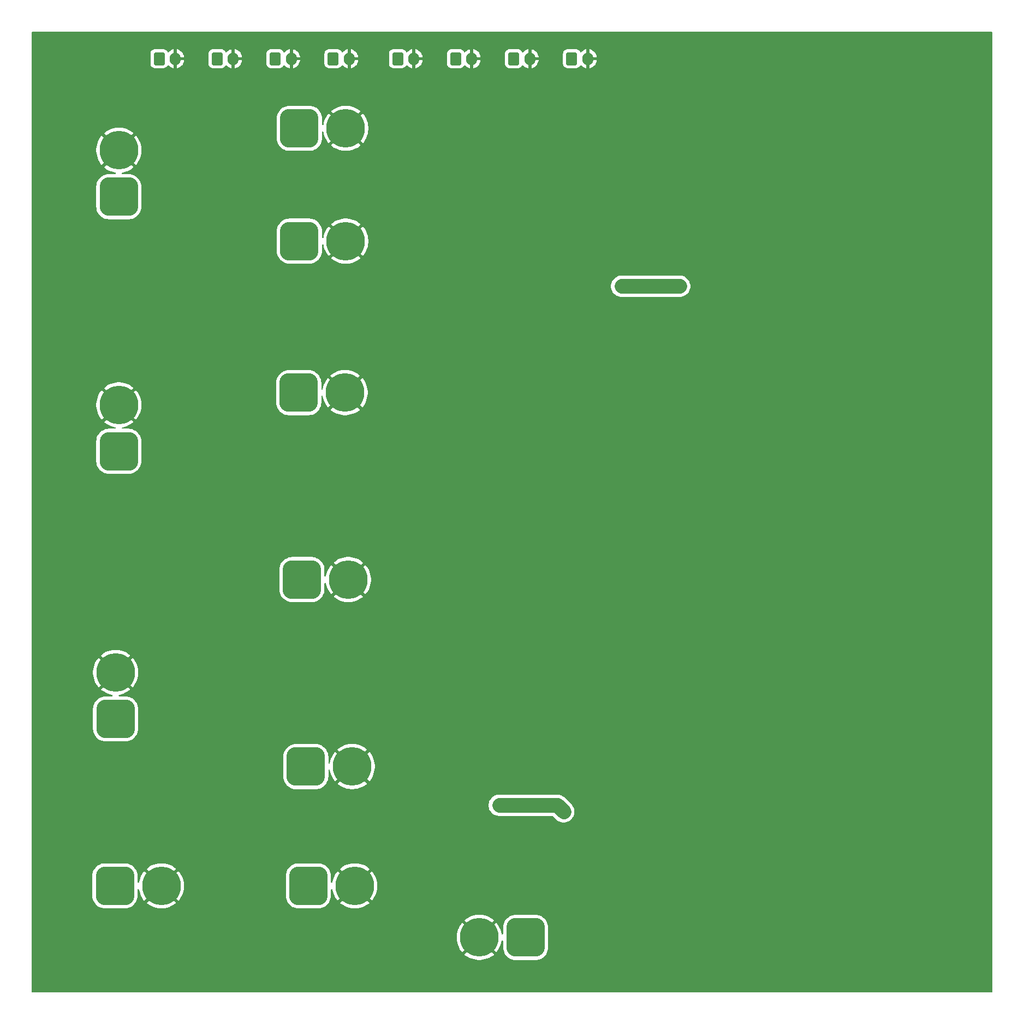
<source format=gbr>
%TF.GenerationSoftware,KiCad,Pcbnew,9.0.2*%
%TF.CreationDate,2025-11-07T01:32:51+05:30*%
%TF.ProjectId,Kratos26,4b726174-6f73-4323-962e-6b696361645f,rev?*%
%TF.SameCoordinates,Original*%
%TF.FileFunction,Copper,L2,Bot*%
%TF.FilePolarity,Positive*%
%FSLAX46Y46*%
G04 Gerber Fmt 4.6, Leading zero omitted, Abs format (unit mm)*
G04 Created by KiCad (PCBNEW 9.0.2) date 2025-11-07 01:32:51*
%MOMM*%
%LPD*%
G01*
G04 APERTURE LIST*
G04 Aperture macros list*
%AMRoundRect*
0 Rectangle with rounded corners*
0 $1 Rounding radius*
0 $2 $3 $4 $5 $6 $7 $8 $9 X,Y pos of 4 corners*
0 Add a 4 corners polygon primitive as box body*
4,1,4,$2,$3,$4,$5,$6,$7,$8,$9,$2,$3,0*
0 Add four circle primitives for the rounded corners*
1,1,$1+$1,$2,$3*
1,1,$1+$1,$4,$5*
1,1,$1+$1,$6,$7*
1,1,$1+$1,$8,$9*
0 Add four rect primitives between the rounded corners*
20,1,$1+$1,$2,$3,$4,$5,0*
20,1,$1+$1,$4,$5,$6,$7,0*
20,1,$1+$1,$6,$7,$8,$9,0*
20,1,$1+$1,$8,$9,$2,$3,0*%
G04 Aperture macros list end*
%TA.AperFunction,ComponentPad*%
%ADD10RoundRect,1.500000X-1.500000X-1.500000X1.500000X-1.500000X1.500000X1.500000X-1.500000X1.500000X0*%
%TD*%
%TA.AperFunction,ComponentPad*%
%ADD11C,6.000000*%
%TD*%
%TA.AperFunction,ComponentPad*%
%ADD12O,1.700000X2.000000*%
%TD*%
%TA.AperFunction,ComponentPad*%
%ADD13RoundRect,0.250000X-0.600000X-0.750000X0.600000X-0.750000X0.600000X0.750000X-0.600000X0.750000X0*%
%TD*%
%TA.AperFunction,ComponentPad*%
%ADD14RoundRect,1.500000X1.500000X-1.500000X1.500000X1.500000X-1.500000X1.500000X-1.500000X-1.500000X0*%
%TD*%
%TA.AperFunction,ComponentPad*%
%ADD15RoundRect,1.500000X1.500000X1.500000X-1.500000X1.500000X-1.500000X-1.500000X1.500000X-1.500000X0*%
%TD*%
%TA.AperFunction,ViaPad*%
%ADD16C,0.500000*%
%TD*%
%TA.AperFunction,ViaPad*%
%ADD17C,0.600000*%
%TD*%
%TA.AperFunction,Conductor*%
%ADD18C,2.300000*%
%TD*%
G04 APERTURE END LIST*
D10*
%TO.P,REF\u002A\u002A,1*%
%TO.N,N/C*%
X113900000Y-147500000D03*
D11*
%TO.P,REF\u002A\u002A,2*%
%TO.N,GND*%
X121100000Y-147500000D03*
%TD*%
D10*
%TO.P,REF\u002A\u002A,1*%
%TO.N,N/C*%
X83900000Y-147500000D03*
D11*
%TO.P,REF\u002A\u002A,2*%
%TO.N,GND*%
X91100000Y-147500000D03*
%TD*%
D12*
%TO.P,REF\u002A\u002A,2*%
%TO.N,GND*%
X93250000Y-19200000D03*
D13*
%TO.P,REF\u002A\u002A,1*%
%TO.N,N/C*%
X90750000Y-19200000D03*
%TD*%
D11*
%TO.P,REF\u002A\u002A,2*%
%TO.N,GND*%
X119700000Y-47500000D03*
D10*
%TO.P,REF\u002A\u002A,1*%
%TO.N,N/C*%
X112500000Y-47500000D03*
%TD*%
%TO.P,REF\u002A\u002A,1*%
%TO.N,N/C*%
X112500000Y-30000000D03*
D11*
%TO.P,REF\u002A\u002A,2*%
%TO.N,GND*%
X119700000Y-30000000D03*
%TD*%
D13*
%TO.P,REF\u002A\u002A,1*%
%TO.N,N/C*%
X154750000Y-19200000D03*
D12*
%TO.P,REF\u002A\u002A,2*%
%TO.N,GND*%
X157250000Y-19200000D03*
%TD*%
D13*
%TO.P,REF\u002A\u002A,1*%
%TO.N,N/C*%
X136750000Y-19200000D03*
D12*
%TO.P,REF\u002A\u002A,2*%
%TO.N,GND*%
X139250000Y-19200000D03*
%TD*%
D13*
%TO.P,REF\u002A\u002A,1*%
%TO.N,N/C*%
X127750000Y-19200000D03*
D12*
%TO.P,REF\u002A\u002A,2*%
%TO.N,GND*%
X130250000Y-19200000D03*
%TD*%
D13*
%TO.P,REF\u002A\u002A,1*%
%TO.N,N/C*%
X145750000Y-19200000D03*
D12*
%TO.P,REF\u002A\u002A,2*%
%TO.N,GND*%
X148250000Y-19200000D03*
%TD*%
D13*
%TO.P,REF\u002A\u002A,1*%
%TO.N,N/C*%
X117750000Y-19200000D03*
D12*
%TO.P,REF\u002A\u002A,2*%
%TO.N,GND*%
X120250000Y-19200000D03*
%TD*%
D13*
%TO.P,REF\u002A\u002A,1*%
%TO.N,N/C*%
X108750000Y-19200000D03*
D12*
%TO.P,REF\u002A\u002A,2*%
%TO.N,GND*%
X111250000Y-19200000D03*
%TD*%
D13*
%TO.P,REF\u002A\u002A,1*%
%TO.N,N/C*%
X99750000Y-19200000D03*
D12*
%TO.P,REF\u002A\u002A,2*%
%TO.N,GND*%
X102250000Y-19200000D03*
%TD*%
D10*
%TO.P,REF\u002A\u002A,1*%
%TO.N,N/C*%
X113500000Y-129000000D03*
D11*
%TO.P,REF\u002A\u002A,2*%
%TO.N,GND*%
X120700000Y-129000000D03*
%TD*%
D10*
%TO.P,REF\u002A\u002A,1*%
%TO.N,N/C*%
X112900000Y-100000000D03*
D11*
%TO.P,REF\u002A\u002A,2*%
%TO.N,GND*%
X120100000Y-100000000D03*
%TD*%
D10*
%TO.P,REF\u002A\u002A,1*%
%TO.N,N/C*%
X112400000Y-71000000D03*
D11*
%TO.P,REF\u002A\u002A,2*%
%TO.N,GND*%
X119600000Y-71000000D03*
%TD*%
D14*
%TO.P,REF\u002A\u002A,1*%
%TO.N,N/C*%
X84500000Y-80100000D03*
D11*
%TO.P,REF\u002A\u002A,2*%
%TO.N,GND*%
X84500000Y-72900000D03*
%TD*%
%TO.P,REF\u002A\u002A,2*%
%TO.N,GND*%
X84000000Y-114400000D03*
D14*
%TO.P,REF\u002A\u002A,1*%
%TO.N,N/C*%
X84000000Y-121600000D03*
%TD*%
D15*
%TO.P,REF\u002A\u002A,1*%
%TO.N,N/C*%
X147600000Y-155500000D03*
D11*
%TO.P,REF\u002A\u002A,2*%
%TO.N,GND*%
X140400000Y-155500000D03*
%TD*%
D14*
%TO.P,REF\u002A\u002A,1*%
%TO.N,N/C*%
X84500000Y-40600000D03*
D11*
%TO.P,REF\u002A\u002A,2*%
%TO.N,GND*%
X84500000Y-33400000D03*
%TD*%
D16*
%TO.N,*%
X162500000Y-54500000D03*
X171500000Y-54500000D03*
D17*
X113500000Y-129000000D03*
X143500000Y-135000000D03*
X153500000Y-136000000D03*
%TD*%
D18*
%TO.N,*%
X162500000Y-54500000D02*
X171500000Y-54500000D01*
X152500000Y-135000000D02*
X143500000Y-135000000D01*
X153500000Y-136000000D02*
X152500000Y-135000000D01*
%TD*%
%TA.AperFunction,Conductor*%
%TO.N,GND*%
G36*
X219942539Y-15020185D02*
G01*
X219988294Y-15072989D01*
X219999500Y-15124500D01*
X219999500Y-163875500D01*
X219979815Y-163942539D01*
X219927011Y-163988294D01*
X219875500Y-163999500D01*
X71124500Y-163999500D01*
X71057461Y-163979815D01*
X71011706Y-163927011D01*
X71000500Y-163875500D01*
X71000500Y-155328059D01*
X136900000Y-155328059D01*
X136900000Y-155671940D01*
X136933705Y-156014165D01*
X136933708Y-156014182D01*
X137000791Y-156351437D01*
X137000792Y-156351443D01*
X137100623Y-156680540D01*
X137232219Y-156998241D01*
X137232226Y-156998255D01*
X137394322Y-157301518D01*
X137394333Y-157301536D01*
X137585377Y-157587453D01*
X137585387Y-157587467D01*
X137753785Y-157792659D01*
X137753786Y-157792660D01*
X138641777Y-156904668D01*
X138704731Y-156986711D01*
X138913289Y-157195269D01*
X138995329Y-157258221D01*
X138107338Y-158146212D01*
X138107339Y-158146213D01*
X138312533Y-158314612D01*
X138312546Y-158314622D01*
X138598463Y-158505666D01*
X138598481Y-158505677D01*
X138901744Y-158667773D01*
X138901758Y-158667780D01*
X139219459Y-158799376D01*
X139548556Y-158899207D01*
X139548562Y-158899208D01*
X139885817Y-158966291D01*
X139885834Y-158966294D01*
X140228059Y-159000000D01*
X140571941Y-159000000D01*
X140914165Y-158966294D01*
X140914182Y-158966291D01*
X141251437Y-158899208D01*
X141251443Y-158899207D01*
X141580540Y-158799376D01*
X141898241Y-158667780D01*
X141898255Y-158667773D01*
X142201518Y-158505677D01*
X142201536Y-158505666D01*
X142487453Y-158314622D01*
X142487466Y-158314612D01*
X142692659Y-158146213D01*
X142692659Y-158146212D01*
X141804669Y-157258222D01*
X141886711Y-157195269D01*
X142095269Y-156986711D01*
X142158222Y-156904669D01*
X143046212Y-157792659D01*
X143046213Y-157792659D01*
X143214612Y-157587466D01*
X143214622Y-157587453D01*
X143405666Y-157301536D01*
X143405677Y-157301518D01*
X143567773Y-156998255D01*
X143567780Y-156998241D01*
X143699376Y-156680540D01*
X143799207Y-156351443D01*
X143799208Y-156351437D01*
X143853883Y-156076567D01*
X143886267Y-156014656D01*
X143946983Y-155980082D01*
X144016753Y-155983821D01*
X144073425Y-156024687D01*
X144099006Y-156089705D01*
X144099500Y-156100758D01*
X144099500Y-157071450D01*
X144114804Y-157285433D01*
X144175628Y-157565037D01*
X144175630Y-157565043D01*
X144175631Y-157565046D01*
X144260527Y-157792660D01*
X144275635Y-157833166D01*
X144412770Y-158084309D01*
X144412775Y-158084317D01*
X144584254Y-158313387D01*
X144584270Y-158313405D01*
X144786594Y-158515729D01*
X144786612Y-158515745D01*
X145015682Y-158687224D01*
X145015690Y-158687229D01*
X145266833Y-158824364D01*
X145266832Y-158824364D01*
X145266836Y-158824365D01*
X145266839Y-158824367D01*
X145534954Y-158924369D01*
X145534960Y-158924370D01*
X145534962Y-158924371D01*
X145814566Y-158985195D01*
X145814568Y-158985195D01*
X145814572Y-158985196D01*
X146028552Y-159000500D01*
X149171448Y-159000500D01*
X149385428Y-158985196D01*
X149472320Y-158966294D01*
X149665037Y-158924371D01*
X149665037Y-158924370D01*
X149665046Y-158924369D01*
X149933161Y-158824367D01*
X150184315Y-158687226D01*
X150413395Y-158515739D01*
X150615739Y-158313395D01*
X150787226Y-158084315D01*
X150924367Y-157833161D01*
X151024369Y-157565046D01*
X151085196Y-157285428D01*
X151100500Y-157071448D01*
X151100500Y-153928552D01*
X151085196Y-153714572D01*
X151024369Y-153434954D01*
X150924367Y-153166839D01*
X150787226Y-152915685D01*
X150740889Y-152853786D01*
X150615745Y-152686612D01*
X150615729Y-152686594D01*
X150413405Y-152484270D01*
X150413387Y-152484254D01*
X150184317Y-152312775D01*
X150184309Y-152312770D01*
X149933166Y-152175635D01*
X149933167Y-152175635D01*
X149732502Y-152100791D01*
X149665046Y-152075631D01*
X149665043Y-152075630D01*
X149665037Y-152075628D01*
X149385433Y-152014804D01*
X149171450Y-151999500D01*
X149171448Y-151999500D01*
X146028552Y-151999500D01*
X146028549Y-151999500D01*
X145814566Y-152014804D01*
X145534962Y-152075628D01*
X145266833Y-152175635D01*
X145015690Y-152312770D01*
X145015682Y-152312775D01*
X144786612Y-152484254D01*
X144786594Y-152484270D01*
X144584270Y-152686594D01*
X144584254Y-152686612D01*
X144412775Y-152915682D01*
X144412770Y-152915690D01*
X144275635Y-153166833D01*
X144175628Y-153434962D01*
X144114804Y-153714566D01*
X144099500Y-153928549D01*
X144099500Y-154899241D01*
X144079815Y-154966280D01*
X144027011Y-155012035D01*
X143957853Y-155021979D01*
X143894297Y-154992954D01*
X143856523Y-154934176D01*
X143853883Y-154923432D01*
X143799208Y-154648562D01*
X143799207Y-154648556D01*
X143699376Y-154319459D01*
X143567780Y-154001758D01*
X143567773Y-154001744D01*
X143405677Y-153698481D01*
X143405666Y-153698463D01*
X143214622Y-153412546D01*
X143214612Y-153412533D01*
X143046213Y-153207339D01*
X143046212Y-153207338D01*
X142158220Y-154095329D01*
X142095269Y-154013289D01*
X141886711Y-153804731D01*
X141804668Y-153741777D01*
X142692660Y-152853786D01*
X142692659Y-152853785D01*
X142487467Y-152685387D01*
X142487453Y-152685377D01*
X142201536Y-152494333D01*
X142201518Y-152494322D01*
X141898255Y-152332226D01*
X141898241Y-152332219D01*
X141580540Y-152200623D01*
X141251443Y-152100792D01*
X141251437Y-152100791D01*
X140914182Y-152033708D01*
X140914165Y-152033705D01*
X140571941Y-152000000D01*
X140228059Y-152000000D01*
X139885834Y-152033705D01*
X139885817Y-152033708D01*
X139548562Y-152100791D01*
X139548556Y-152100792D01*
X139219459Y-152200623D01*
X138901758Y-152332219D01*
X138901744Y-152332226D01*
X138598481Y-152494322D01*
X138598463Y-152494333D01*
X138312546Y-152685377D01*
X138312532Y-152685387D01*
X138107338Y-152853786D01*
X138995330Y-153741778D01*
X138913289Y-153804731D01*
X138704731Y-154013289D01*
X138641778Y-154095330D01*
X137753786Y-153207338D01*
X137585387Y-153412532D01*
X137585377Y-153412546D01*
X137394333Y-153698463D01*
X137394322Y-153698481D01*
X137232226Y-154001744D01*
X137232219Y-154001758D01*
X137100623Y-154319459D01*
X137000792Y-154648556D01*
X137000791Y-154648562D01*
X136933708Y-154985817D01*
X136933705Y-154985834D01*
X136900000Y-155328059D01*
X71000500Y-155328059D01*
X71000500Y-145928549D01*
X80399500Y-145928549D01*
X80399500Y-149071450D01*
X80414804Y-149285433D01*
X80475628Y-149565037D01*
X80475630Y-149565043D01*
X80475631Y-149565046D01*
X80560527Y-149792660D01*
X80575635Y-149833166D01*
X80712770Y-150084309D01*
X80712775Y-150084317D01*
X80884254Y-150313387D01*
X80884270Y-150313405D01*
X81086594Y-150515729D01*
X81086612Y-150515745D01*
X81315682Y-150687224D01*
X81315690Y-150687229D01*
X81566833Y-150824364D01*
X81566832Y-150824364D01*
X81566836Y-150824365D01*
X81566839Y-150824367D01*
X81834954Y-150924369D01*
X81834960Y-150924370D01*
X81834962Y-150924371D01*
X82114566Y-150985195D01*
X82114568Y-150985195D01*
X82114572Y-150985196D01*
X82328552Y-151000500D01*
X85471448Y-151000500D01*
X85685428Y-150985196D01*
X85772320Y-150966294D01*
X85965037Y-150924371D01*
X85965037Y-150924370D01*
X85965046Y-150924369D01*
X86233161Y-150824367D01*
X86484315Y-150687226D01*
X86713395Y-150515739D01*
X86915739Y-150313395D01*
X87087226Y-150084315D01*
X87087230Y-150084309D01*
X87112532Y-150037971D01*
X87224364Y-149833166D01*
X87224367Y-149833161D01*
X87324369Y-149565046D01*
X87385196Y-149285428D01*
X87400500Y-149071448D01*
X87400500Y-148100758D01*
X87420185Y-148033719D01*
X87472989Y-147987964D01*
X87542147Y-147978020D01*
X87605703Y-148007045D01*
X87643477Y-148065823D01*
X87646117Y-148076567D01*
X87700791Y-148351437D01*
X87700792Y-148351443D01*
X87800623Y-148680540D01*
X87932219Y-148998241D01*
X87932226Y-148998255D01*
X88094322Y-149301518D01*
X88094333Y-149301536D01*
X88285377Y-149587453D01*
X88285387Y-149587467D01*
X88453785Y-149792659D01*
X88453786Y-149792660D01*
X89341777Y-148904668D01*
X89404731Y-148986711D01*
X89613289Y-149195269D01*
X89695329Y-149258221D01*
X88807338Y-150146212D01*
X88807339Y-150146213D01*
X89012533Y-150314612D01*
X89012546Y-150314622D01*
X89298463Y-150505666D01*
X89298481Y-150505677D01*
X89601744Y-150667773D01*
X89601758Y-150667780D01*
X89919459Y-150799376D01*
X90248556Y-150899207D01*
X90248562Y-150899208D01*
X90585817Y-150966291D01*
X90585834Y-150966294D01*
X90928059Y-151000000D01*
X91271941Y-151000000D01*
X91614165Y-150966294D01*
X91614182Y-150966291D01*
X91951437Y-150899208D01*
X91951443Y-150899207D01*
X92280540Y-150799376D01*
X92598241Y-150667780D01*
X92598255Y-150667773D01*
X92901518Y-150505677D01*
X92901536Y-150505666D01*
X93187453Y-150314622D01*
X93187466Y-150314612D01*
X93392659Y-150146213D01*
X93392659Y-150146212D01*
X92504669Y-149258222D01*
X92586711Y-149195269D01*
X92795269Y-148986711D01*
X92858222Y-148904669D01*
X93746212Y-149792659D01*
X93746213Y-149792659D01*
X93914612Y-149587466D01*
X93914622Y-149587453D01*
X94105666Y-149301536D01*
X94105677Y-149301518D01*
X94267773Y-148998255D01*
X94267780Y-148998241D01*
X94399376Y-148680540D01*
X94499207Y-148351443D01*
X94499208Y-148351437D01*
X94566291Y-148014182D01*
X94566294Y-148014165D01*
X94600000Y-147671940D01*
X94600000Y-147328059D01*
X94566294Y-146985834D01*
X94566291Y-146985817D01*
X94499208Y-146648562D01*
X94499207Y-146648556D01*
X94399376Y-146319459D01*
X94267780Y-146001758D01*
X94267773Y-146001744D01*
X94258712Y-145984791D01*
X94228650Y-145928549D01*
X110399500Y-145928549D01*
X110399500Y-149071450D01*
X110414804Y-149285433D01*
X110475628Y-149565037D01*
X110475630Y-149565043D01*
X110475631Y-149565046D01*
X110560527Y-149792660D01*
X110575635Y-149833166D01*
X110712770Y-150084309D01*
X110712775Y-150084317D01*
X110884254Y-150313387D01*
X110884270Y-150313405D01*
X111086594Y-150515729D01*
X111086612Y-150515745D01*
X111315682Y-150687224D01*
X111315690Y-150687229D01*
X111566833Y-150824364D01*
X111566832Y-150824364D01*
X111566836Y-150824365D01*
X111566839Y-150824367D01*
X111834954Y-150924369D01*
X111834960Y-150924370D01*
X111834962Y-150924371D01*
X112114566Y-150985195D01*
X112114568Y-150985195D01*
X112114572Y-150985196D01*
X112328552Y-151000500D01*
X115471448Y-151000500D01*
X115685428Y-150985196D01*
X115772320Y-150966294D01*
X115965037Y-150924371D01*
X115965037Y-150924370D01*
X115965046Y-150924369D01*
X116233161Y-150824367D01*
X116484315Y-150687226D01*
X116713395Y-150515739D01*
X116915739Y-150313395D01*
X117087226Y-150084315D01*
X117087230Y-150084309D01*
X117112532Y-150037971D01*
X117224364Y-149833166D01*
X117224367Y-149833161D01*
X117324369Y-149565046D01*
X117385196Y-149285428D01*
X117400500Y-149071448D01*
X117400500Y-148100758D01*
X117420185Y-148033719D01*
X117472989Y-147987964D01*
X117542147Y-147978020D01*
X117605703Y-148007045D01*
X117643477Y-148065823D01*
X117646117Y-148076567D01*
X117700791Y-148351437D01*
X117700792Y-148351443D01*
X117800623Y-148680540D01*
X117932219Y-148998241D01*
X117932226Y-148998255D01*
X118094322Y-149301518D01*
X118094333Y-149301536D01*
X118285377Y-149587453D01*
X118285387Y-149587467D01*
X118453785Y-149792659D01*
X118453786Y-149792660D01*
X119341777Y-148904668D01*
X119404731Y-148986711D01*
X119613289Y-149195269D01*
X119695329Y-149258221D01*
X118807338Y-150146212D01*
X118807339Y-150146213D01*
X119012533Y-150314612D01*
X119012546Y-150314622D01*
X119298463Y-150505666D01*
X119298481Y-150505677D01*
X119601744Y-150667773D01*
X119601758Y-150667780D01*
X119919459Y-150799376D01*
X120248556Y-150899207D01*
X120248562Y-150899208D01*
X120585817Y-150966291D01*
X120585834Y-150966294D01*
X120928059Y-151000000D01*
X121271941Y-151000000D01*
X121614165Y-150966294D01*
X121614182Y-150966291D01*
X121951437Y-150899208D01*
X121951443Y-150899207D01*
X122280540Y-150799376D01*
X122598241Y-150667780D01*
X122598255Y-150667773D01*
X122901518Y-150505677D01*
X122901536Y-150505666D01*
X123187453Y-150314622D01*
X123187466Y-150314612D01*
X123392659Y-150146213D01*
X123392659Y-150146212D01*
X122504669Y-149258222D01*
X122586711Y-149195269D01*
X122795269Y-148986711D01*
X122858222Y-148904669D01*
X123746212Y-149792659D01*
X123746213Y-149792659D01*
X123914612Y-149587466D01*
X123914622Y-149587453D01*
X124105666Y-149301536D01*
X124105677Y-149301518D01*
X124267773Y-148998255D01*
X124267780Y-148998241D01*
X124399376Y-148680540D01*
X124499207Y-148351443D01*
X124499208Y-148351437D01*
X124566291Y-148014182D01*
X124566294Y-148014165D01*
X124600000Y-147671940D01*
X124600000Y-147328059D01*
X124566294Y-146985834D01*
X124566291Y-146985817D01*
X124499208Y-146648562D01*
X124499207Y-146648556D01*
X124399376Y-146319459D01*
X124267780Y-146001758D01*
X124267773Y-146001744D01*
X124105677Y-145698481D01*
X124105666Y-145698463D01*
X123914622Y-145412546D01*
X123914612Y-145412533D01*
X123746213Y-145207339D01*
X123746212Y-145207338D01*
X122858221Y-146095329D01*
X122795269Y-146013289D01*
X122586711Y-145804731D01*
X122504668Y-145741777D01*
X123392660Y-144853786D01*
X123392659Y-144853785D01*
X123187467Y-144685387D01*
X123187453Y-144685377D01*
X122901536Y-144494333D01*
X122901518Y-144494322D01*
X122598255Y-144332226D01*
X122598241Y-144332219D01*
X122280540Y-144200623D01*
X121951443Y-144100792D01*
X121951437Y-144100791D01*
X121614182Y-144033708D01*
X121614165Y-144033705D01*
X121271941Y-144000000D01*
X120928059Y-144000000D01*
X120585834Y-144033705D01*
X120585817Y-144033708D01*
X120248562Y-144100791D01*
X120248556Y-144100792D01*
X119919459Y-144200623D01*
X119601758Y-144332219D01*
X119601744Y-144332226D01*
X119298481Y-144494322D01*
X119298463Y-144494333D01*
X119012546Y-144685377D01*
X119012532Y-144685387D01*
X118807338Y-144853786D01*
X119695330Y-145741778D01*
X119613289Y-145804731D01*
X119404731Y-146013289D01*
X119341778Y-146095330D01*
X118453786Y-145207338D01*
X118285387Y-145412532D01*
X118285377Y-145412546D01*
X118094333Y-145698463D01*
X118094322Y-145698481D01*
X117932226Y-146001744D01*
X117932219Y-146001758D01*
X117800623Y-146319459D01*
X117700792Y-146648556D01*
X117700791Y-146648562D01*
X117646117Y-146923432D01*
X117613732Y-146985343D01*
X117553017Y-147019917D01*
X117483247Y-147016178D01*
X117426575Y-146975312D01*
X117400994Y-146910294D01*
X117400500Y-146899241D01*
X117400500Y-145928552D01*
X117385196Y-145714572D01*
X117324369Y-145434954D01*
X117224367Y-145166839D01*
X117224364Y-145166833D01*
X117112532Y-144962028D01*
X117087229Y-144915690D01*
X117087224Y-144915682D01*
X116915745Y-144686612D01*
X116915729Y-144686594D01*
X116713405Y-144484270D01*
X116713387Y-144484254D01*
X116484317Y-144312775D01*
X116484309Y-144312770D01*
X116233166Y-144175635D01*
X116233167Y-144175635D01*
X116032502Y-144100791D01*
X115965046Y-144075631D01*
X115965043Y-144075630D01*
X115965037Y-144075628D01*
X115685433Y-144014804D01*
X115471450Y-143999500D01*
X115471448Y-143999500D01*
X112328552Y-143999500D01*
X112328549Y-143999500D01*
X112114566Y-144014804D01*
X111834962Y-144075628D01*
X111566833Y-144175635D01*
X111315690Y-144312770D01*
X111315682Y-144312775D01*
X111086612Y-144484254D01*
X111086594Y-144484270D01*
X110884270Y-144686594D01*
X110884254Y-144686612D01*
X110712775Y-144915682D01*
X110712770Y-144915690D01*
X110575635Y-145166833D01*
X110475628Y-145434962D01*
X110414804Y-145714566D01*
X110399500Y-145928549D01*
X94228650Y-145928549D01*
X94105677Y-145698481D01*
X94105666Y-145698463D01*
X93914622Y-145412546D01*
X93914612Y-145412533D01*
X93746213Y-145207339D01*
X93746212Y-145207338D01*
X92858221Y-146095329D01*
X92795269Y-146013289D01*
X92586711Y-145804731D01*
X92504668Y-145741777D01*
X93392660Y-144853786D01*
X93392659Y-144853785D01*
X93187467Y-144685387D01*
X93187453Y-144685377D01*
X92901536Y-144494333D01*
X92901518Y-144494322D01*
X92598255Y-144332226D01*
X92598241Y-144332219D01*
X92280540Y-144200623D01*
X91951443Y-144100792D01*
X91951437Y-144100791D01*
X91614182Y-144033708D01*
X91614165Y-144033705D01*
X91271941Y-144000000D01*
X90928059Y-144000000D01*
X90585834Y-144033705D01*
X90585817Y-144033708D01*
X90248562Y-144100791D01*
X90248556Y-144100792D01*
X89919459Y-144200623D01*
X89601758Y-144332219D01*
X89601744Y-144332226D01*
X89298481Y-144494322D01*
X89298463Y-144494333D01*
X89012546Y-144685377D01*
X89012532Y-144685387D01*
X88807338Y-144853786D01*
X89695330Y-145741778D01*
X89613289Y-145804731D01*
X89404731Y-146013289D01*
X89341778Y-146095330D01*
X88453786Y-145207338D01*
X88285387Y-145412532D01*
X88285377Y-145412546D01*
X88094333Y-145698463D01*
X88094322Y-145698481D01*
X87932226Y-146001744D01*
X87932219Y-146001758D01*
X87800623Y-146319459D01*
X87700792Y-146648556D01*
X87700791Y-146648562D01*
X87646117Y-146923432D01*
X87613732Y-146985343D01*
X87553017Y-147019917D01*
X87483247Y-147016178D01*
X87426575Y-146975312D01*
X87400994Y-146910294D01*
X87400500Y-146899241D01*
X87400500Y-145928552D01*
X87385196Y-145714572D01*
X87324369Y-145434954D01*
X87224367Y-145166839D01*
X87224364Y-145166833D01*
X87112532Y-144962028D01*
X87087229Y-144915690D01*
X87087224Y-144915682D01*
X86915745Y-144686612D01*
X86915729Y-144686594D01*
X86713405Y-144484270D01*
X86713387Y-144484254D01*
X86484317Y-144312775D01*
X86484309Y-144312770D01*
X86233166Y-144175635D01*
X86233167Y-144175635D01*
X86032502Y-144100791D01*
X85965046Y-144075631D01*
X85965043Y-144075630D01*
X85965037Y-144075628D01*
X85685433Y-144014804D01*
X85471450Y-143999500D01*
X85471448Y-143999500D01*
X82328552Y-143999500D01*
X82328549Y-143999500D01*
X82114566Y-144014804D01*
X81834962Y-144075628D01*
X81566833Y-144175635D01*
X81315690Y-144312770D01*
X81315682Y-144312775D01*
X81086612Y-144484254D01*
X81086594Y-144484270D01*
X80884270Y-144686594D01*
X80884254Y-144686612D01*
X80712775Y-144915682D01*
X80712770Y-144915690D01*
X80575635Y-145166833D01*
X80475628Y-145434962D01*
X80414804Y-145714566D01*
X80399500Y-145928549D01*
X71000500Y-145928549D01*
X71000500Y-134870097D01*
X141849500Y-134870097D01*
X141849500Y-135129902D01*
X141890140Y-135386493D01*
X141970422Y-135633576D01*
X142051534Y-135792764D01*
X142088366Y-135865051D01*
X142241069Y-136075229D01*
X142424771Y-136258931D01*
X142634949Y-136411634D01*
X142782445Y-136486787D01*
X142866423Y-136529577D01*
X142866425Y-136529577D01*
X142866428Y-136529579D01*
X143113507Y-136609860D01*
X143245706Y-136630797D01*
X143370098Y-136650500D01*
X143370103Y-136650500D01*
X151764978Y-136650500D01*
X151832017Y-136670185D01*
X151852659Y-136686819D01*
X152424772Y-137258931D01*
X152634949Y-137411635D01*
X152866428Y-137529579D01*
X152866430Y-137529580D01*
X153113504Y-137609859D01*
X153113505Y-137609859D01*
X153113508Y-137609860D01*
X153370103Y-137650501D01*
X153370104Y-137650501D01*
X153629896Y-137650501D01*
X153629897Y-137650501D01*
X153886493Y-137609860D01*
X153886496Y-137609859D01*
X153886497Y-137609859D01*
X154133570Y-137529580D01*
X154133570Y-137529579D01*
X154133573Y-137529579D01*
X154365051Y-137411635D01*
X154575229Y-137258931D01*
X154758931Y-137075229D01*
X154911635Y-136865051D01*
X155029579Y-136633573D01*
X155109860Y-136386493D01*
X155150501Y-136129897D01*
X155150501Y-135870103D01*
X155109860Y-135613508D01*
X155109859Y-135613504D01*
X155109859Y-135613503D01*
X155029580Y-135366430D01*
X154911634Y-135134948D01*
X154907964Y-135129897D01*
X154758931Y-134924772D01*
X153575229Y-133741069D01*
X153365051Y-133588365D01*
X153133573Y-133470420D01*
X153133567Y-133470418D01*
X153072980Y-133450733D01*
X153072979Y-133450733D01*
X152886495Y-133390140D01*
X152629902Y-133349500D01*
X152629897Y-133349500D01*
X143370103Y-133349500D01*
X143370098Y-133349500D01*
X143113506Y-133390140D01*
X142866423Y-133470422D01*
X142634945Y-133588368D01*
X142424774Y-133741066D01*
X142424768Y-133741071D01*
X142241071Y-133924768D01*
X142241066Y-133924774D01*
X142088368Y-134134945D01*
X141970422Y-134366423D01*
X141890140Y-134613506D01*
X141849500Y-134870097D01*
X71000500Y-134870097D01*
X71000500Y-127428549D01*
X109999500Y-127428549D01*
X109999500Y-130571450D01*
X110014804Y-130785433D01*
X110075628Y-131065037D01*
X110075630Y-131065043D01*
X110075631Y-131065046D01*
X110160527Y-131292660D01*
X110175635Y-131333166D01*
X110312770Y-131584309D01*
X110312775Y-131584317D01*
X110484254Y-131813387D01*
X110484270Y-131813405D01*
X110686594Y-132015729D01*
X110686612Y-132015745D01*
X110915682Y-132187224D01*
X110915690Y-132187229D01*
X111166833Y-132324364D01*
X111166832Y-132324364D01*
X111166836Y-132324365D01*
X111166839Y-132324367D01*
X111434954Y-132424369D01*
X111434960Y-132424370D01*
X111434962Y-132424371D01*
X111714566Y-132485195D01*
X111714568Y-132485195D01*
X111714572Y-132485196D01*
X111928552Y-132500500D01*
X115071448Y-132500500D01*
X115285428Y-132485196D01*
X115372320Y-132466294D01*
X115565037Y-132424371D01*
X115565037Y-132424370D01*
X115565046Y-132424369D01*
X115833161Y-132324367D01*
X116084315Y-132187226D01*
X116313395Y-132015739D01*
X116515739Y-131813395D01*
X116687226Y-131584315D01*
X116687230Y-131584309D01*
X116712532Y-131537971D01*
X116824364Y-131333166D01*
X116824367Y-131333161D01*
X116924369Y-131065046D01*
X116985196Y-130785428D01*
X117000500Y-130571448D01*
X117000500Y-129600758D01*
X117020185Y-129533719D01*
X117072989Y-129487964D01*
X117142147Y-129478020D01*
X117205703Y-129507045D01*
X117243477Y-129565823D01*
X117246117Y-129576567D01*
X117300791Y-129851437D01*
X117300792Y-129851443D01*
X117400623Y-130180540D01*
X117532219Y-130498241D01*
X117532226Y-130498255D01*
X117694322Y-130801518D01*
X117694333Y-130801536D01*
X117885377Y-131087453D01*
X117885387Y-131087467D01*
X118053785Y-131292659D01*
X118053786Y-131292660D01*
X118941777Y-130404668D01*
X119004731Y-130486711D01*
X119213289Y-130695269D01*
X119295329Y-130758221D01*
X118407338Y-131646212D01*
X118407339Y-131646213D01*
X118612533Y-131814612D01*
X118612546Y-131814622D01*
X118898463Y-132005666D01*
X118898481Y-132005677D01*
X119201744Y-132167773D01*
X119201758Y-132167780D01*
X119519459Y-132299376D01*
X119848556Y-132399207D01*
X119848562Y-132399208D01*
X120185817Y-132466291D01*
X120185834Y-132466294D01*
X120528059Y-132500000D01*
X120871941Y-132500000D01*
X121214165Y-132466294D01*
X121214182Y-132466291D01*
X121551437Y-132399208D01*
X121551443Y-132399207D01*
X121880540Y-132299376D01*
X122198241Y-132167780D01*
X122198255Y-132167773D01*
X122501518Y-132005677D01*
X122501536Y-132005666D01*
X122787453Y-131814622D01*
X122787466Y-131814612D01*
X122992659Y-131646213D01*
X122992659Y-131646212D01*
X122104669Y-130758222D01*
X122186711Y-130695269D01*
X122395269Y-130486711D01*
X122458222Y-130404669D01*
X123346212Y-131292659D01*
X123346213Y-131292659D01*
X123514612Y-131087466D01*
X123514622Y-131087453D01*
X123705666Y-130801536D01*
X123705677Y-130801518D01*
X123867773Y-130498255D01*
X123867780Y-130498241D01*
X123999376Y-130180540D01*
X124099207Y-129851443D01*
X124099208Y-129851437D01*
X124166291Y-129514182D01*
X124166294Y-129514165D01*
X124200000Y-129171940D01*
X124200000Y-128828059D01*
X124166294Y-128485834D01*
X124166291Y-128485817D01*
X124099208Y-128148562D01*
X124099207Y-128148556D01*
X123999376Y-127819459D01*
X123867780Y-127501758D01*
X123867773Y-127501744D01*
X123705677Y-127198481D01*
X123705666Y-127198463D01*
X123514622Y-126912546D01*
X123514612Y-126912533D01*
X123346213Y-126707339D01*
X123346212Y-126707338D01*
X122458221Y-127595329D01*
X122395269Y-127513289D01*
X122186711Y-127304731D01*
X122104668Y-127241777D01*
X122992660Y-126353786D01*
X122992659Y-126353785D01*
X122787467Y-126185387D01*
X122787453Y-126185377D01*
X122501536Y-125994333D01*
X122501518Y-125994322D01*
X122198255Y-125832226D01*
X122198241Y-125832219D01*
X121880540Y-125700623D01*
X121551443Y-125600792D01*
X121551437Y-125600791D01*
X121214182Y-125533708D01*
X121214165Y-125533705D01*
X120871941Y-125500000D01*
X120528059Y-125500000D01*
X120185834Y-125533705D01*
X120185817Y-125533708D01*
X119848562Y-125600791D01*
X119848556Y-125600792D01*
X119519459Y-125700623D01*
X119201758Y-125832219D01*
X119201744Y-125832226D01*
X118898481Y-125994322D01*
X118898463Y-125994333D01*
X118612546Y-126185377D01*
X118612532Y-126185387D01*
X118407338Y-126353786D01*
X119295330Y-127241778D01*
X119213289Y-127304731D01*
X119004731Y-127513289D01*
X118941778Y-127595330D01*
X118053786Y-126707338D01*
X117885387Y-126912532D01*
X117885377Y-126912546D01*
X117694333Y-127198463D01*
X117694322Y-127198481D01*
X117532226Y-127501744D01*
X117532219Y-127501758D01*
X117400623Y-127819459D01*
X117300792Y-128148556D01*
X117300791Y-128148562D01*
X117246117Y-128423432D01*
X117213732Y-128485343D01*
X117153017Y-128519917D01*
X117083247Y-128516178D01*
X117026575Y-128475312D01*
X117000994Y-128410294D01*
X117000500Y-128399241D01*
X117000500Y-127428552D01*
X116985196Y-127214572D01*
X116924369Y-126934954D01*
X116824367Y-126666839D01*
X116824364Y-126666833D01*
X116712532Y-126462028D01*
X116687229Y-126415690D01*
X116687224Y-126415682D01*
X116515745Y-126186612D01*
X116515729Y-126186594D01*
X116313405Y-125984270D01*
X116313387Y-125984254D01*
X116084317Y-125812775D01*
X116084309Y-125812770D01*
X115833166Y-125675635D01*
X115833167Y-125675635D01*
X115632502Y-125600791D01*
X115565046Y-125575631D01*
X115565043Y-125575630D01*
X115565037Y-125575628D01*
X115285433Y-125514804D01*
X115071450Y-125499500D01*
X115071448Y-125499500D01*
X111928552Y-125499500D01*
X111928549Y-125499500D01*
X111714566Y-125514804D01*
X111434962Y-125575628D01*
X111166833Y-125675635D01*
X110915690Y-125812770D01*
X110915682Y-125812775D01*
X110686612Y-125984254D01*
X110686594Y-125984270D01*
X110484270Y-126186594D01*
X110484254Y-126186612D01*
X110312775Y-126415682D01*
X110312770Y-126415690D01*
X110175635Y-126666833D01*
X110075628Y-126934962D01*
X110014804Y-127214566D01*
X109999500Y-127428549D01*
X71000500Y-127428549D01*
X71000500Y-120028549D01*
X80499500Y-120028549D01*
X80499500Y-123171450D01*
X80514804Y-123385433D01*
X80575628Y-123665037D01*
X80675635Y-123933166D01*
X80812770Y-124184309D01*
X80812775Y-124184317D01*
X80984254Y-124413387D01*
X80984270Y-124413405D01*
X81186594Y-124615729D01*
X81186612Y-124615745D01*
X81415682Y-124787224D01*
X81415690Y-124787229D01*
X81666833Y-124924364D01*
X81666832Y-124924364D01*
X81666836Y-124924365D01*
X81666839Y-124924367D01*
X81934954Y-125024369D01*
X81934960Y-125024370D01*
X81934962Y-125024371D01*
X82214566Y-125085195D01*
X82214568Y-125085195D01*
X82214572Y-125085196D01*
X82428552Y-125100500D01*
X85571448Y-125100500D01*
X85785428Y-125085196D01*
X86065046Y-125024369D01*
X86333161Y-124924367D01*
X86584315Y-124787226D01*
X86813395Y-124615739D01*
X87015739Y-124413395D01*
X87187226Y-124184315D01*
X87324367Y-123933161D01*
X87424369Y-123665046D01*
X87485196Y-123385428D01*
X87500500Y-123171448D01*
X87500500Y-120028552D01*
X87485196Y-119814572D01*
X87424369Y-119534954D01*
X87324367Y-119266839D01*
X87187226Y-119015685D01*
X87187224Y-119015682D01*
X87015745Y-118786612D01*
X87015729Y-118786594D01*
X86813405Y-118584270D01*
X86813387Y-118584254D01*
X86584317Y-118412775D01*
X86584309Y-118412770D01*
X86333166Y-118275635D01*
X86333167Y-118275635D01*
X86225915Y-118235632D01*
X86065046Y-118175631D01*
X86065043Y-118175630D01*
X86065037Y-118175628D01*
X85785433Y-118114804D01*
X85571450Y-118099500D01*
X85571448Y-118099500D01*
X84600758Y-118099500D01*
X84533719Y-118079815D01*
X84487964Y-118027011D01*
X84478020Y-117957853D01*
X84507045Y-117894297D01*
X84565823Y-117856523D01*
X84576567Y-117853883D01*
X84851437Y-117799208D01*
X84851443Y-117799207D01*
X85180540Y-117699376D01*
X85498241Y-117567780D01*
X85498255Y-117567773D01*
X85801518Y-117405677D01*
X85801536Y-117405666D01*
X86087453Y-117214622D01*
X86087466Y-117214612D01*
X86292659Y-117046213D01*
X86292659Y-117046212D01*
X85404669Y-116158222D01*
X85486711Y-116095269D01*
X85695269Y-115886711D01*
X85758222Y-115804669D01*
X86646212Y-116692659D01*
X86646213Y-116692659D01*
X86814612Y-116487466D01*
X86814622Y-116487453D01*
X87005666Y-116201536D01*
X87005677Y-116201518D01*
X87167773Y-115898255D01*
X87167780Y-115898241D01*
X87299376Y-115580540D01*
X87399207Y-115251443D01*
X87399208Y-115251437D01*
X87466291Y-114914182D01*
X87466294Y-114914165D01*
X87500000Y-114571940D01*
X87500000Y-114228059D01*
X87466294Y-113885834D01*
X87466291Y-113885817D01*
X87399208Y-113548562D01*
X87399207Y-113548556D01*
X87299376Y-113219459D01*
X87167780Y-112901758D01*
X87167773Y-112901744D01*
X87005677Y-112598481D01*
X87005666Y-112598463D01*
X86814622Y-112312546D01*
X86814612Y-112312533D01*
X86646213Y-112107339D01*
X86646212Y-112107338D01*
X85758221Y-112995329D01*
X85695269Y-112913289D01*
X85486711Y-112704731D01*
X85404668Y-112641777D01*
X86292660Y-111753786D01*
X86292659Y-111753785D01*
X86087467Y-111585387D01*
X86087453Y-111585377D01*
X85801536Y-111394333D01*
X85801518Y-111394322D01*
X85498255Y-111232226D01*
X85498241Y-111232219D01*
X85180540Y-111100623D01*
X84851443Y-111000792D01*
X84851437Y-111000791D01*
X84514182Y-110933708D01*
X84514165Y-110933705D01*
X84171941Y-110900000D01*
X83828059Y-110900000D01*
X83485834Y-110933705D01*
X83485817Y-110933708D01*
X83148562Y-111000791D01*
X83148556Y-111000792D01*
X82819459Y-111100623D01*
X82501758Y-111232219D01*
X82501744Y-111232226D01*
X82198481Y-111394322D01*
X82198463Y-111394333D01*
X81912546Y-111585377D01*
X81912532Y-111585387D01*
X81707338Y-111753786D01*
X82595330Y-112641778D01*
X82513289Y-112704731D01*
X82304731Y-112913289D01*
X82241778Y-112995330D01*
X81353786Y-112107338D01*
X81185387Y-112312532D01*
X81185377Y-112312546D01*
X80994333Y-112598463D01*
X80994322Y-112598481D01*
X80832226Y-112901744D01*
X80832219Y-112901758D01*
X80700623Y-113219459D01*
X80600792Y-113548556D01*
X80600791Y-113548562D01*
X80533708Y-113885817D01*
X80533705Y-113885834D01*
X80500000Y-114228059D01*
X80500000Y-114571940D01*
X80533705Y-114914165D01*
X80533708Y-114914182D01*
X80600791Y-115251437D01*
X80600792Y-115251443D01*
X80700623Y-115580540D01*
X80832219Y-115898241D01*
X80832226Y-115898255D01*
X80994322Y-116201518D01*
X80994333Y-116201536D01*
X81185377Y-116487453D01*
X81185387Y-116487467D01*
X81353785Y-116692659D01*
X81353786Y-116692660D01*
X82241777Y-115804668D01*
X82304731Y-115886711D01*
X82513289Y-116095269D01*
X82595329Y-116158221D01*
X81707338Y-117046212D01*
X81707339Y-117046213D01*
X81912533Y-117214612D01*
X81912546Y-117214622D01*
X82198463Y-117405666D01*
X82198481Y-117405677D01*
X82501744Y-117567773D01*
X82501758Y-117567780D01*
X82819459Y-117699376D01*
X83148556Y-117799207D01*
X83148562Y-117799208D01*
X83423433Y-117853883D01*
X83485344Y-117886267D01*
X83519918Y-117946983D01*
X83516179Y-118016753D01*
X83475313Y-118073425D01*
X83410295Y-118099006D01*
X83399242Y-118099500D01*
X82428549Y-118099500D01*
X82214566Y-118114804D01*
X81934962Y-118175628D01*
X81666833Y-118275635D01*
X81415690Y-118412770D01*
X81415682Y-118412775D01*
X81186612Y-118584254D01*
X81186594Y-118584270D01*
X80984270Y-118786594D01*
X80984254Y-118786612D01*
X80812775Y-119015682D01*
X80812770Y-119015690D01*
X80675635Y-119266833D01*
X80575628Y-119534962D01*
X80514804Y-119814566D01*
X80499500Y-120028549D01*
X71000500Y-120028549D01*
X71000500Y-98428549D01*
X109399500Y-98428549D01*
X109399500Y-101571450D01*
X109414804Y-101785433D01*
X109475628Y-102065037D01*
X109475630Y-102065043D01*
X109475631Y-102065046D01*
X109560527Y-102292660D01*
X109575635Y-102333166D01*
X109712770Y-102584309D01*
X109712775Y-102584317D01*
X109884254Y-102813387D01*
X109884270Y-102813405D01*
X110086594Y-103015729D01*
X110086612Y-103015745D01*
X110315682Y-103187224D01*
X110315690Y-103187229D01*
X110566833Y-103324364D01*
X110566832Y-103324364D01*
X110566836Y-103324365D01*
X110566839Y-103324367D01*
X110834954Y-103424369D01*
X110834960Y-103424370D01*
X110834962Y-103424371D01*
X111114566Y-103485195D01*
X111114568Y-103485195D01*
X111114572Y-103485196D01*
X111328552Y-103500500D01*
X114471448Y-103500500D01*
X114685428Y-103485196D01*
X114772320Y-103466294D01*
X114965037Y-103424371D01*
X114965037Y-103424370D01*
X114965046Y-103424369D01*
X115233161Y-103324367D01*
X115484315Y-103187226D01*
X115713395Y-103015739D01*
X115915739Y-102813395D01*
X116087226Y-102584315D01*
X116087230Y-102584309D01*
X116112532Y-102537971D01*
X116224364Y-102333166D01*
X116224367Y-102333161D01*
X116324369Y-102065046D01*
X116385196Y-101785428D01*
X116400500Y-101571448D01*
X116400500Y-100600758D01*
X116420185Y-100533719D01*
X116472989Y-100487964D01*
X116542147Y-100478020D01*
X116605703Y-100507045D01*
X116643477Y-100565823D01*
X116646117Y-100576567D01*
X116700791Y-100851437D01*
X116700792Y-100851443D01*
X116800623Y-101180540D01*
X116932219Y-101498241D01*
X116932226Y-101498255D01*
X117094322Y-101801518D01*
X117094333Y-101801536D01*
X117285377Y-102087453D01*
X117285387Y-102087467D01*
X117453785Y-102292659D01*
X117453786Y-102292660D01*
X118341777Y-101404668D01*
X118404731Y-101486711D01*
X118613289Y-101695269D01*
X118695329Y-101758221D01*
X117807338Y-102646212D01*
X117807339Y-102646213D01*
X118012533Y-102814612D01*
X118012546Y-102814622D01*
X118298463Y-103005666D01*
X118298481Y-103005677D01*
X118601744Y-103167773D01*
X118601758Y-103167780D01*
X118919459Y-103299376D01*
X119248556Y-103399207D01*
X119248562Y-103399208D01*
X119585817Y-103466291D01*
X119585834Y-103466294D01*
X119928059Y-103500000D01*
X120271941Y-103500000D01*
X120614165Y-103466294D01*
X120614182Y-103466291D01*
X120951437Y-103399208D01*
X120951443Y-103399207D01*
X121280540Y-103299376D01*
X121598241Y-103167780D01*
X121598255Y-103167773D01*
X121901518Y-103005677D01*
X121901536Y-103005666D01*
X122187453Y-102814622D01*
X122187466Y-102814612D01*
X122392659Y-102646213D01*
X122392659Y-102646212D01*
X121504669Y-101758222D01*
X121586711Y-101695269D01*
X121795269Y-101486711D01*
X121858222Y-101404669D01*
X122746212Y-102292659D01*
X122746213Y-102292659D01*
X122914612Y-102087466D01*
X122914622Y-102087453D01*
X123105666Y-101801536D01*
X123105677Y-101801518D01*
X123267773Y-101498255D01*
X123267780Y-101498241D01*
X123399376Y-101180540D01*
X123499207Y-100851443D01*
X123499208Y-100851437D01*
X123566291Y-100514182D01*
X123566294Y-100514165D01*
X123600000Y-100171940D01*
X123600000Y-99828059D01*
X123566294Y-99485834D01*
X123566291Y-99485817D01*
X123499208Y-99148562D01*
X123499207Y-99148556D01*
X123399376Y-98819459D01*
X123267780Y-98501758D01*
X123267773Y-98501744D01*
X123105677Y-98198481D01*
X123105666Y-98198463D01*
X122914622Y-97912546D01*
X122914612Y-97912533D01*
X122746213Y-97707339D01*
X122746212Y-97707338D01*
X121858221Y-98595329D01*
X121795269Y-98513289D01*
X121586711Y-98304731D01*
X121504668Y-98241777D01*
X122392660Y-97353786D01*
X122392659Y-97353785D01*
X122187467Y-97185387D01*
X122187453Y-97185377D01*
X121901536Y-96994333D01*
X121901518Y-96994322D01*
X121598255Y-96832226D01*
X121598241Y-96832219D01*
X121280540Y-96700623D01*
X120951443Y-96600792D01*
X120951437Y-96600791D01*
X120614182Y-96533708D01*
X120614165Y-96533705D01*
X120271941Y-96500000D01*
X119928059Y-96500000D01*
X119585834Y-96533705D01*
X119585817Y-96533708D01*
X119248562Y-96600791D01*
X119248556Y-96600792D01*
X118919459Y-96700623D01*
X118601758Y-96832219D01*
X118601744Y-96832226D01*
X118298481Y-96994322D01*
X118298463Y-96994333D01*
X118012546Y-97185377D01*
X118012532Y-97185387D01*
X117807338Y-97353786D01*
X118695330Y-98241778D01*
X118613289Y-98304731D01*
X118404731Y-98513289D01*
X118341778Y-98595330D01*
X117453786Y-97707338D01*
X117285387Y-97912532D01*
X117285377Y-97912546D01*
X117094333Y-98198463D01*
X117094322Y-98198481D01*
X116932226Y-98501744D01*
X116932219Y-98501758D01*
X116800623Y-98819459D01*
X116700792Y-99148556D01*
X116700791Y-99148562D01*
X116646117Y-99423432D01*
X116613732Y-99485343D01*
X116553017Y-99519917D01*
X116483247Y-99516178D01*
X116426575Y-99475312D01*
X116400994Y-99410294D01*
X116400500Y-99399241D01*
X116400500Y-98428552D01*
X116385196Y-98214572D01*
X116324369Y-97934954D01*
X116224367Y-97666839D01*
X116224364Y-97666833D01*
X116112532Y-97462028D01*
X116087229Y-97415690D01*
X116087224Y-97415682D01*
X115915745Y-97186612D01*
X115915729Y-97186594D01*
X115713405Y-96984270D01*
X115713387Y-96984254D01*
X115484317Y-96812775D01*
X115484309Y-96812770D01*
X115233166Y-96675635D01*
X115233167Y-96675635D01*
X115032502Y-96600791D01*
X114965046Y-96575631D01*
X114965043Y-96575630D01*
X114965037Y-96575628D01*
X114685433Y-96514804D01*
X114471450Y-96499500D01*
X114471448Y-96499500D01*
X111328552Y-96499500D01*
X111328549Y-96499500D01*
X111114566Y-96514804D01*
X110834962Y-96575628D01*
X110566833Y-96675635D01*
X110315690Y-96812770D01*
X110315682Y-96812775D01*
X110086612Y-96984254D01*
X110086594Y-96984270D01*
X109884270Y-97186594D01*
X109884254Y-97186612D01*
X109712775Y-97415682D01*
X109712770Y-97415690D01*
X109575635Y-97666833D01*
X109475628Y-97934962D01*
X109414804Y-98214566D01*
X109399500Y-98428549D01*
X71000500Y-98428549D01*
X71000500Y-78528549D01*
X80999500Y-78528549D01*
X80999500Y-81671450D01*
X81014804Y-81885433D01*
X81075628Y-82165037D01*
X81175635Y-82433166D01*
X81312770Y-82684309D01*
X81312775Y-82684317D01*
X81484254Y-82913387D01*
X81484270Y-82913405D01*
X81686594Y-83115729D01*
X81686612Y-83115745D01*
X81915682Y-83287224D01*
X81915690Y-83287229D01*
X82166833Y-83424364D01*
X82166832Y-83424364D01*
X82166836Y-83424365D01*
X82166839Y-83424367D01*
X82434954Y-83524369D01*
X82434960Y-83524370D01*
X82434962Y-83524371D01*
X82714566Y-83585195D01*
X82714568Y-83585195D01*
X82714572Y-83585196D01*
X82928552Y-83600500D01*
X86071448Y-83600500D01*
X86285428Y-83585196D01*
X86565046Y-83524369D01*
X86833161Y-83424367D01*
X87084315Y-83287226D01*
X87313395Y-83115739D01*
X87515739Y-82913395D01*
X87687226Y-82684315D01*
X87824367Y-82433161D01*
X87924369Y-82165046D01*
X87985196Y-81885428D01*
X88000500Y-81671448D01*
X88000500Y-78528552D01*
X87985196Y-78314572D01*
X87924369Y-78034954D01*
X87824367Y-77766839D01*
X87687226Y-77515685D01*
X87687224Y-77515682D01*
X87515745Y-77286612D01*
X87515729Y-77286594D01*
X87313405Y-77084270D01*
X87313387Y-77084254D01*
X87084317Y-76912775D01*
X87084309Y-76912770D01*
X86833166Y-76775635D01*
X86833167Y-76775635D01*
X86725915Y-76735632D01*
X86565046Y-76675631D01*
X86565043Y-76675630D01*
X86565037Y-76675628D01*
X86285433Y-76614804D01*
X86071450Y-76599500D01*
X86071448Y-76599500D01*
X85100758Y-76599500D01*
X85033719Y-76579815D01*
X84987964Y-76527011D01*
X84978020Y-76457853D01*
X85007045Y-76394297D01*
X85065823Y-76356523D01*
X85076567Y-76353883D01*
X85351437Y-76299208D01*
X85351443Y-76299207D01*
X85680540Y-76199376D01*
X85998241Y-76067780D01*
X85998255Y-76067773D01*
X86301518Y-75905677D01*
X86301536Y-75905666D01*
X86587453Y-75714622D01*
X86587466Y-75714612D01*
X86792659Y-75546213D01*
X86792659Y-75546212D01*
X85904669Y-74658222D01*
X85986711Y-74595269D01*
X86195269Y-74386711D01*
X86258222Y-74304669D01*
X87146212Y-75192659D01*
X87146213Y-75192659D01*
X87314612Y-74987466D01*
X87314622Y-74987453D01*
X87505666Y-74701536D01*
X87505677Y-74701518D01*
X87667773Y-74398255D01*
X87667780Y-74398241D01*
X87799376Y-74080540D01*
X87899207Y-73751443D01*
X87899208Y-73751437D01*
X87966291Y-73414182D01*
X87966294Y-73414165D01*
X88000000Y-73071940D01*
X88000000Y-72728059D01*
X87966294Y-72385834D01*
X87966291Y-72385817D01*
X87899208Y-72048562D01*
X87899207Y-72048556D01*
X87799376Y-71719459D01*
X87667780Y-71401758D01*
X87667773Y-71401744D01*
X87505677Y-71098481D01*
X87505666Y-71098463D01*
X87314622Y-70812546D01*
X87314612Y-70812533D01*
X87146213Y-70607339D01*
X87146212Y-70607338D01*
X86258221Y-71495329D01*
X86195269Y-71413289D01*
X85986711Y-71204731D01*
X85904668Y-71141777D01*
X86792660Y-70253786D01*
X86792659Y-70253785D01*
X86587467Y-70085387D01*
X86587453Y-70085377D01*
X86301536Y-69894333D01*
X86301518Y-69894322D01*
X85998255Y-69732226D01*
X85998241Y-69732219D01*
X85680540Y-69600623D01*
X85497171Y-69544999D01*
X85497170Y-69544998D01*
X85351449Y-69500794D01*
X85351437Y-69500791D01*
X85014182Y-69433708D01*
X85014165Y-69433705D01*
X84961814Y-69428549D01*
X108899500Y-69428549D01*
X108899500Y-72571450D01*
X108914804Y-72785433D01*
X108975628Y-73065037D01*
X108975630Y-73065043D01*
X108975631Y-73065046D01*
X109060527Y-73292660D01*
X109075635Y-73333166D01*
X109212770Y-73584309D01*
X109212775Y-73584317D01*
X109384254Y-73813387D01*
X109384270Y-73813405D01*
X109586594Y-74015729D01*
X109586612Y-74015745D01*
X109815682Y-74187224D01*
X109815690Y-74187229D01*
X110066833Y-74324364D01*
X110066832Y-74324364D01*
X110066836Y-74324365D01*
X110066839Y-74324367D01*
X110334954Y-74424369D01*
X110334960Y-74424370D01*
X110334962Y-74424371D01*
X110614566Y-74485195D01*
X110614568Y-74485195D01*
X110614572Y-74485196D01*
X110828552Y-74500500D01*
X113971448Y-74500500D01*
X114185428Y-74485196D01*
X114272320Y-74466294D01*
X114465037Y-74424371D01*
X114465037Y-74424370D01*
X114465046Y-74424369D01*
X114733161Y-74324367D01*
X114984315Y-74187226D01*
X115213395Y-74015739D01*
X115415739Y-73813395D01*
X115587226Y-73584315D01*
X115587230Y-73584309D01*
X115612532Y-73537971D01*
X115724364Y-73333166D01*
X115724367Y-73333161D01*
X115824369Y-73065046D01*
X115833669Y-73022294D01*
X115885195Y-72785433D01*
X115885195Y-72785432D01*
X115885196Y-72785428D01*
X115900500Y-72571448D01*
X115900500Y-71600758D01*
X115920185Y-71533719D01*
X115972989Y-71487964D01*
X116042147Y-71478020D01*
X116105703Y-71507045D01*
X116143477Y-71565823D01*
X116146117Y-71576567D01*
X116200791Y-71851437D01*
X116200792Y-71851443D01*
X116300623Y-72180540D01*
X116432219Y-72498241D01*
X116432226Y-72498255D01*
X116594322Y-72801518D01*
X116594333Y-72801536D01*
X116785377Y-73087453D01*
X116785387Y-73087467D01*
X116953785Y-73292659D01*
X116953786Y-73292660D01*
X117841777Y-72404668D01*
X117904731Y-72486711D01*
X118113289Y-72695269D01*
X118195329Y-72758221D01*
X117307338Y-73646212D01*
X117307339Y-73646213D01*
X117512533Y-73814612D01*
X117512546Y-73814622D01*
X117798463Y-74005666D01*
X117798481Y-74005677D01*
X118101744Y-74167773D01*
X118101758Y-74167780D01*
X118419459Y-74299376D01*
X118748556Y-74399207D01*
X118748562Y-74399208D01*
X119085817Y-74466291D01*
X119085834Y-74466294D01*
X119428059Y-74500000D01*
X119771941Y-74500000D01*
X120114165Y-74466294D01*
X120114182Y-74466291D01*
X120451437Y-74399208D01*
X120451443Y-74399207D01*
X120780540Y-74299376D01*
X121098241Y-74167780D01*
X121098255Y-74167773D01*
X121401518Y-74005677D01*
X121401536Y-74005666D01*
X121687453Y-73814622D01*
X121687466Y-73814612D01*
X121892659Y-73646213D01*
X121892659Y-73646212D01*
X121004669Y-72758222D01*
X121086711Y-72695269D01*
X121295269Y-72486711D01*
X121358222Y-72404669D01*
X122246212Y-73292659D01*
X122246213Y-73292659D01*
X122414612Y-73087466D01*
X122414622Y-73087453D01*
X122605666Y-72801536D01*
X122605677Y-72801518D01*
X122767773Y-72498255D01*
X122767780Y-72498241D01*
X122899376Y-72180540D01*
X122999207Y-71851443D01*
X122999208Y-71851437D01*
X123066291Y-71514182D01*
X123066294Y-71514165D01*
X123100000Y-71171940D01*
X123100000Y-70828059D01*
X123066294Y-70485834D01*
X123066291Y-70485817D01*
X122999208Y-70148562D01*
X122999207Y-70148556D01*
X122899376Y-69819459D01*
X122767780Y-69501758D01*
X122767773Y-69501744D01*
X122605677Y-69198481D01*
X122605666Y-69198463D01*
X122414622Y-68912546D01*
X122414612Y-68912533D01*
X122246213Y-68707339D01*
X122246212Y-68707338D01*
X121358221Y-69595329D01*
X121295269Y-69513289D01*
X121086711Y-69304731D01*
X121004668Y-69241777D01*
X121892660Y-68353786D01*
X121892659Y-68353785D01*
X121687467Y-68185387D01*
X121687453Y-68185377D01*
X121401536Y-67994333D01*
X121401518Y-67994322D01*
X121098255Y-67832226D01*
X121098241Y-67832219D01*
X120780540Y-67700623D01*
X120451443Y-67600792D01*
X120451437Y-67600791D01*
X120114182Y-67533708D01*
X120114165Y-67533705D01*
X119771941Y-67500000D01*
X119428059Y-67500000D01*
X119085834Y-67533705D01*
X119085817Y-67533708D01*
X118748562Y-67600791D01*
X118748556Y-67600792D01*
X118419459Y-67700623D01*
X118101758Y-67832219D01*
X118101744Y-67832226D01*
X117798481Y-67994322D01*
X117798463Y-67994333D01*
X117512546Y-68185377D01*
X117512532Y-68185387D01*
X117307338Y-68353786D01*
X118195330Y-69241778D01*
X118113289Y-69304731D01*
X117904731Y-69513289D01*
X117841778Y-69595330D01*
X116953786Y-68707338D01*
X116785387Y-68912532D01*
X116785377Y-68912546D01*
X116594333Y-69198463D01*
X116594322Y-69198481D01*
X116432226Y-69501744D01*
X116432219Y-69501758D01*
X116300623Y-69819459D01*
X116200792Y-70148556D01*
X116200791Y-70148562D01*
X116146117Y-70423432D01*
X116113732Y-70485343D01*
X116053017Y-70519917D01*
X115983247Y-70516178D01*
X115926575Y-70475312D01*
X115900994Y-70410294D01*
X115900500Y-70399241D01*
X115900500Y-69428552D01*
X115885196Y-69214572D01*
X115824369Y-68934954D01*
X115724367Y-68666839D01*
X115724364Y-68666833D01*
X115612532Y-68462028D01*
X115587229Y-68415690D01*
X115587224Y-68415682D01*
X115415745Y-68186612D01*
X115415729Y-68186594D01*
X115213405Y-67984270D01*
X115213387Y-67984254D01*
X114984317Y-67812775D01*
X114984309Y-67812770D01*
X114733166Y-67675635D01*
X114733167Y-67675635D01*
X114532502Y-67600791D01*
X114465046Y-67575631D01*
X114465043Y-67575630D01*
X114465037Y-67575628D01*
X114185433Y-67514804D01*
X113971450Y-67499500D01*
X113971448Y-67499500D01*
X110828552Y-67499500D01*
X110828549Y-67499500D01*
X110614566Y-67514804D01*
X110334962Y-67575628D01*
X110066833Y-67675635D01*
X109815690Y-67812770D01*
X109815682Y-67812775D01*
X109586612Y-67984254D01*
X109586594Y-67984270D01*
X109384270Y-68186594D01*
X109384254Y-68186612D01*
X109212775Y-68415682D01*
X109212770Y-68415690D01*
X109075635Y-68666833D01*
X108975628Y-68934962D01*
X108914804Y-69214566D01*
X108899500Y-69428549D01*
X84961814Y-69428549D01*
X84671941Y-69400000D01*
X84328059Y-69400000D01*
X83985834Y-69433705D01*
X83985817Y-69433708D01*
X83648562Y-69500791D01*
X83648556Y-69500792D01*
X83319459Y-69600623D01*
X83001758Y-69732219D01*
X83001744Y-69732226D01*
X82698481Y-69894322D01*
X82698463Y-69894333D01*
X82412546Y-70085377D01*
X82412532Y-70085387D01*
X82207338Y-70253786D01*
X83095330Y-71141778D01*
X83013289Y-71204731D01*
X82804731Y-71413289D01*
X82741778Y-71495330D01*
X81853786Y-70607338D01*
X81685387Y-70812532D01*
X81685377Y-70812546D01*
X81494333Y-71098463D01*
X81494322Y-71098481D01*
X81332226Y-71401744D01*
X81332219Y-71401758D01*
X81200623Y-71719459D01*
X81100792Y-72048556D01*
X81100791Y-72048562D01*
X81033708Y-72385817D01*
X81033705Y-72385834D01*
X81000000Y-72728059D01*
X81000000Y-73071940D01*
X81033705Y-73414165D01*
X81033708Y-73414182D01*
X81100791Y-73751437D01*
X81100792Y-73751443D01*
X81200623Y-74080540D01*
X81332219Y-74398241D01*
X81332226Y-74398255D01*
X81494322Y-74701518D01*
X81494333Y-74701536D01*
X81685377Y-74987453D01*
X81685387Y-74987467D01*
X81853785Y-75192659D01*
X81853786Y-75192660D01*
X82741777Y-74304668D01*
X82804731Y-74386711D01*
X83013289Y-74595269D01*
X83095329Y-74658221D01*
X82207338Y-75546212D01*
X82207339Y-75546213D01*
X82412533Y-75714612D01*
X82412546Y-75714622D01*
X82698463Y-75905666D01*
X82698481Y-75905677D01*
X83001744Y-76067773D01*
X83001758Y-76067780D01*
X83319459Y-76199376D01*
X83648556Y-76299207D01*
X83648562Y-76299208D01*
X83923433Y-76353883D01*
X83985344Y-76386267D01*
X84019918Y-76446983D01*
X84016179Y-76516753D01*
X83975313Y-76573425D01*
X83910295Y-76599006D01*
X83899242Y-76599500D01*
X82928549Y-76599500D01*
X82714566Y-76614804D01*
X82434962Y-76675628D01*
X82166833Y-76775635D01*
X81915690Y-76912770D01*
X81915682Y-76912775D01*
X81686612Y-77084254D01*
X81686594Y-77084270D01*
X81484270Y-77286594D01*
X81484254Y-77286612D01*
X81312775Y-77515682D01*
X81312770Y-77515690D01*
X81175635Y-77766833D01*
X81075628Y-78034962D01*
X81014804Y-78314566D01*
X80999500Y-78528549D01*
X71000500Y-78528549D01*
X71000500Y-54370097D01*
X160849500Y-54370097D01*
X160849500Y-54629902D01*
X160890140Y-54886493D01*
X160970422Y-55133576D01*
X161051534Y-55292764D01*
X161088366Y-55365051D01*
X161241069Y-55575229D01*
X161424771Y-55758931D01*
X161634949Y-55911634D01*
X161782445Y-55986787D01*
X161866423Y-56029577D01*
X161866425Y-56029577D01*
X161866428Y-56029579D01*
X162113507Y-56109860D01*
X162245706Y-56130797D01*
X162370098Y-56150500D01*
X162370103Y-56150500D01*
X171629902Y-56150500D01*
X171743298Y-56132539D01*
X171886493Y-56109860D01*
X172133572Y-56029579D01*
X172365051Y-55911634D01*
X172575229Y-55758931D01*
X172758931Y-55575229D01*
X172911634Y-55365051D01*
X173029579Y-55133572D01*
X173109860Y-54886493D01*
X173132539Y-54743298D01*
X173150500Y-54629902D01*
X173150500Y-54370097D01*
X173128947Y-54234021D01*
X173109860Y-54113507D01*
X173029579Y-53866428D01*
X173029577Y-53866425D01*
X173029577Y-53866423D01*
X172986787Y-53782445D01*
X172911634Y-53634949D01*
X172758931Y-53424771D01*
X172575229Y-53241069D01*
X172365051Y-53088366D01*
X172292764Y-53051534D01*
X172133576Y-52970422D01*
X171886493Y-52890140D01*
X171629902Y-52849500D01*
X171629897Y-52849500D01*
X162370103Y-52849500D01*
X162370098Y-52849500D01*
X162113506Y-52890140D01*
X161866423Y-52970422D01*
X161634945Y-53088368D01*
X161424774Y-53241066D01*
X161424768Y-53241071D01*
X161241071Y-53424768D01*
X161241066Y-53424774D01*
X161088368Y-53634945D01*
X160970422Y-53866423D01*
X160890140Y-54113506D01*
X160849500Y-54370097D01*
X71000500Y-54370097D01*
X71000500Y-45928549D01*
X108999500Y-45928549D01*
X108999500Y-49071450D01*
X109014804Y-49285433D01*
X109075628Y-49565037D01*
X109075630Y-49565043D01*
X109075631Y-49565046D01*
X109160527Y-49792660D01*
X109175635Y-49833166D01*
X109312770Y-50084309D01*
X109312775Y-50084317D01*
X109484254Y-50313387D01*
X109484270Y-50313405D01*
X109686594Y-50515729D01*
X109686612Y-50515745D01*
X109915682Y-50687224D01*
X109915690Y-50687229D01*
X110166833Y-50824364D01*
X110166832Y-50824364D01*
X110166836Y-50824365D01*
X110166839Y-50824367D01*
X110434954Y-50924369D01*
X110434960Y-50924370D01*
X110434962Y-50924371D01*
X110714566Y-50985195D01*
X110714568Y-50985195D01*
X110714572Y-50985196D01*
X110928552Y-51000500D01*
X114071448Y-51000500D01*
X114285428Y-50985196D01*
X114372320Y-50966294D01*
X114565037Y-50924371D01*
X114565037Y-50924370D01*
X114565046Y-50924369D01*
X114833161Y-50824367D01*
X115084315Y-50687226D01*
X115313395Y-50515739D01*
X115515739Y-50313395D01*
X115687226Y-50084315D01*
X115687230Y-50084309D01*
X115712532Y-50037971D01*
X115824364Y-49833166D01*
X115824367Y-49833161D01*
X115924369Y-49565046D01*
X115985196Y-49285428D01*
X116000500Y-49071448D01*
X116000500Y-48100758D01*
X116020185Y-48033719D01*
X116072989Y-47987964D01*
X116142147Y-47978020D01*
X116205703Y-48007045D01*
X116243477Y-48065823D01*
X116246117Y-48076567D01*
X116300791Y-48351437D01*
X116300792Y-48351443D01*
X116400623Y-48680540D01*
X116532219Y-48998241D01*
X116532226Y-48998255D01*
X116694322Y-49301518D01*
X116694333Y-49301536D01*
X116885377Y-49587453D01*
X116885387Y-49587467D01*
X117053785Y-49792659D01*
X117053786Y-49792660D01*
X117941777Y-48904668D01*
X118004731Y-48986711D01*
X118213289Y-49195269D01*
X118295329Y-49258221D01*
X117407338Y-50146212D01*
X117407339Y-50146213D01*
X117612533Y-50314612D01*
X117612546Y-50314622D01*
X117898463Y-50505666D01*
X117898481Y-50505677D01*
X118201744Y-50667773D01*
X118201758Y-50667780D01*
X118519459Y-50799376D01*
X118848556Y-50899207D01*
X118848562Y-50899208D01*
X119185817Y-50966291D01*
X119185834Y-50966294D01*
X119528059Y-51000000D01*
X119871941Y-51000000D01*
X120214165Y-50966294D01*
X120214182Y-50966291D01*
X120551437Y-50899208D01*
X120551443Y-50899207D01*
X120880540Y-50799376D01*
X121198241Y-50667780D01*
X121198255Y-50667773D01*
X121501518Y-50505677D01*
X121501536Y-50505666D01*
X121787453Y-50314622D01*
X121787466Y-50314612D01*
X121992659Y-50146213D01*
X121992659Y-50146212D01*
X121104669Y-49258222D01*
X121186711Y-49195269D01*
X121395269Y-48986711D01*
X121458222Y-48904669D01*
X122346212Y-49792659D01*
X122346213Y-49792659D01*
X122514612Y-49587466D01*
X122514622Y-49587453D01*
X122705666Y-49301536D01*
X122705677Y-49301518D01*
X122867773Y-48998255D01*
X122867780Y-48998241D01*
X122999376Y-48680540D01*
X123099207Y-48351443D01*
X123099208Y-48351437D01*
X123166291Y-48014182D01*
X123166294Y-48014165D01*
X123200000Y-47671940D01*
X123200000Y-47328059D01*
X123166294Y-46985834D01*
X123166291Y-46985817D01*
X123099208Y-46648562D01*
X123099207Y-46648556D01*
X122999376Y-46319459D01*
X122867780Y-46001758D01*
X122867773Y-46001744D01*
X122705677Y-45698481D01*
X122705666Y-45698463D01*
X122514622Y-45412546D01*
X122514612Y-45412533D01*
X122346213Y-45207339D01*
X122346212Y-45207338D01*
X121458221Y-46095329D01*
X121395269Y-46013289D01*
X121186711Y-45804731D01*
X121104668Y-45741777D01*
X121992660Y-44853786D01*
X121992659Y-44853785D01*
X121787467Y-44685387D01*
X121787453Y-44685377D01*
X121501536Y-44494333D01*
X121501518Y-44494322D01*
X121198255Y-44332226D01*
X121198241Y-44332219D01*
X120880540Y-44200623D01*
X120551443Y-44100792D01*
X120551437Y-44100791D01*
X120214182Y-44033708D01*
X120214165Y-44033705D01*
X119871941Y-44000000D01*
X119528059Y-44000000D01*
X119185834Y-44033705D01*
X119185817Y-44033708D01*
X118848562Y-44100791D01*
X118848556Y-44100792D01*
X118519459Y-44200623D01*
X118201758Y-44332219D01*
X118201744Y-44332226D01*
X117898481Y-44494322D01*
X117898463Y-44494333D01*
X117612546Y-44685377D01*
X117612532Y-44685387D01*
X117407338Y-44853786D01*
X118295330Y-45741778D01*
X118213289Y-45804731D01*
X118004731Y-46013289D01*
X117941778Y-46095330D01*
X117053786Y-45207338D01*
X116885387Y-45412532D01*
X116885377Y-45412546D01*
X116694333Y-45698463D01*
X116694322Y-45698481D01*
X116532226Y-46001744D01*
X116532219Y-46001758D01*
X116400623Y-46319459D01*
X116300792Y-46648556D01*
X116300791Y-46648562D01*
X116246117Y-46923432D01*
X116213732Y-46985343D01*
X116153017Y-47019917D01*
X116083247Y-47016178D01*
X116026575Y-46975312D01*
X116000994Y-46910294D01*
X116000500Y-46899241D01*
X116000500Y-45928552D01*
X115985196Y-45714572D01*
X115924369Y-45434954D01*
X115824367Y-45166839D01*
X115824364Y-45166833D01*
X115712532Y-44962028D01*
X115687229Y-44915690D01*
X115687224Y-44915682D01*
X115515745Y-44686612D01*
X115515729Y-44686594D01*
X115313405Y-44484270D01*
X115313387Y-44484254D01*
X115084317Y-44312775D01*
X115084309Y-44312770D01*
X114833166Y-44175635D01*
X114833167Y-44175635D01*
X114631722Y-44100500D01*
X114565046Y-44075631D01*
X114565043Y-44075630D01*
X114565037Y-44075628D01*
X114285433Y-44014804D01*
X114071450Y-43999500D01*
X114071448Y-43999500D01*
X110928552Y-43999500D01*
X110928549Y-43999500D01*
X110714566Y-44014804D01*
X110434962Y-44075628D01*
X110166833Y-44175635D01*
X109915690Y-44312770D01*
X109915682Y-44312775D01*
X109686612Y-44484254D01*
X109686594Y-44484270D01*
X109484270Y-44686594D01*
X109484254Y-44686612D01*
X109312775Y-44915682D01*
X109312770Y-44915690D01*
X109175635Y-45166833D01*
X109075628Y-45434962D01*
X109014804Y-45714566D01*
X108999500Y-45928549D01*
X71000500Y-45928549D01*
X71000500Y-39028549D01*
X80999500Y-39028549D01*
X80999500Y-42171450D01*
X81014804Y-42385433D01*
X81075628Y-42665037D01*
X81175635Y-42933166D01*
X81312770Y-43184309D01*
X81312775Y-43184317D01*
X81484254Y-43413387D01*
X81484270Y-43413405D01*
X81686594Y-43615729D01*
X81686612Y-43615745D01*
X81915682Y-43787224D01*
X81915690Y-43787229D01*
X82166833Y-43924364D01*
X82166832Y-43924364D01*
X82166836Y-43924365D01*
X82166839Y-43924367D01*
X82434954Y-44024369D01*
X82434960Y-44024370D01*
X82434962Y-44024371D01*
X82714566Y-44085195D01*
X82714568Y-44085195D01*
X82714572Y-44085196D01*
X82928552Y-44100500D01*
X86071448Y-44100500D01*
X86285428Y-44085196D01*
X86565046Y-44024369D01*
X86833161Y-43924367D01*
X87084315Y-43787226D01*
X87313395Y-43615739D01*
X87515739Y-43413395D01*
X87687226Y-43184315D01*
X87824367Y-42933161D01*
X87924369Y-42665046D01*
X87985196Y-42385428D01*
X88000500Y-42171448D01*
X88000500Y-39028552D01*
X87985196Y-38814572D01*
X87924369Y-38534954D01*
X87824367Y-38266839D01*
X87687226Y-38015685D01*
X87687224Y-38015682D01*
X87515745Y-37786612D01*
X87515729Y-37786594D01*
X87313405Y-37584270D01*
X87313387Y-37584254D01*
X87084317Y-37412775D01*
X87084309Y-37412770D01*
X86833166Y-37275635D01*
X86833167Y-37275635D01*
X86725915Y-37235632D01*
X86565046Y-37175631D01*
X86565043Y-37175630D01*
X86565037Y-37175628D01*
X86285433Y-37114804D01*
X86071450Y-37099500D01*
X86071448Y-37099500D01*
X85100758Y-37099500D01*
X85033719Y-37079815D01*
X84987964Y-37027011D01*
X84978020Y-36957853D01*
X85007045Y-36894297D01*
X85065823Y-36856523D01*
X85076567Y-36853883D01*
X85351437Y-36799208D01*
X85351443Y-36799207D01*
X85680540Y-36699376D01*
X85998241Y-36567780D01*
X85998255Y-36567773D01*
X86301518Y-36405677D01*
X86301536Y-36405666D01*
X86587453Y-36214622D01*
X86587466Y-36214612D01*
X86792659Y-36046213D01*
X86792659Y-36046212D01*
X85904669Y-35158222D01*
X85986711Y-35095269D01*
X86195269Y-34886711D01*
X86258222Y-34804669D01*
X87146212Y-35692659D01*
X87146213Y-35692659D01*
X87314612Y-35487466D01*
X87314622Y-35487453D01*
X87505666Y-35201536D01*
X87505677Y-35201518D01*
X87667773Y-34898255D01*
X87667780Y-34898241D01*
X87799376Y-34580540D01*
X87899207Y-34251443D01*
X87899208Y-34251437D01*
X87966291Y-33914182D01*
X87966294Y-33914165D01*
X88000000Y-33571940D01*
X88000000Y-33228059D01*
X87966294Y-32885834D01*
X87966291Y-32885817D01*
X87899208Y-32548562D01*
X87899207Y-32548556D01*
X87799376Y-32219459D01*
X87667780Y-31901758D01*
X87667773Y-31901744D01*
X87505677Y-31598481D01*
X87505666Y-31598463D01*
X87314622Y-31312546D01*
X87314612Y-31312533D01*
X87146213Y-31107339D01*
X87146212Y-31107338D01*
X86258221Y-31995329D01*
X86195269Y-31913289D01*
X85986711Y-31704731D01*
X85904668Y-31641777D01*
X86792660Y-30753786D01*
X86792659Y-30753785D01*
X86587467Y-30585387D01*
X86587453Y-30585377D01*
X86301536Y-30394333D01*
X86301518Y-30394322D01*
X85998255Y-30232226D01*
X85998241Y-30232219D01*
X85680540Y-30100623D01*
X85351443Y-30000792D01*
X85351437Y-30000791D01*
X85014182Y-29933708D01*
X85014165Y-29933705D01*
X84671941Y-29900000D01*
X84328059Y-29900000D01*
X83985834Y-29933705D01*
X83985817Y-29933708D01*
X83648562Y-30000791D01*
X83648556Y-30000792D01*
X83319459Y-30100623D01*
X83001758Y-30232219D01*
X83001744Y-30232226D01*
X82698481Y-30394322D01*
X82698463Y-30394333D01*
X82412546Y-30585377D01*
X82412532Y-30585387D01*
X82207338Y-30753786D01*
X83095330Y-31641778D01*
X83013289Y-31704731D01*
X82804731Y-31913289D01*
X82741778Y-31995330D01*
X81853786Y-31107338D01*
X81685387Y-31312532D01*
X81685377Y-31312546D01*
X81494333Y-31598463D01*
X81494322Y-31598481D01*
X81332226Y-31901744D01*
X81332219Y-31901758D01*
X81200623Y-32219459D01*
X81100792Y-32548556D01*
X81100791Y-32548562D01*
X81033708Y-32885817D01*
X81033705Y-32885834D01*
X81000000Y-33228059D01*
X81000000Y-33571940D01*
X81033705Y-33914165D01*
X81033708Y-33914182D01*
X81100791Y-34251437D01*
X81100792Y-34251443D01*
X81200623Y-34580540D01*
X81332219Y-34898241D01*
X81332226Y-34898255D01*
X81494322Y-35201518D01*
X81494333Y-35201536D01*
X81685377Y-35487453D01*
X81685387Y-35487467D01*
X81853785Y-35692659D01*
X81853786Y-35692660D01*
X82741777Y-34804668D01*
X82804731Y-34886711D01*
X83013289Y-35095269D01*
X83095329Y-35158221D01*
X82207338Y-36046212D01*
X82207339Y-36046213D01*
X82412533Y-36214612D01*
X82412546Y-36214622D01*
X82698463Y-36405666D01*
X82698481Y-36405677D01*
X83001744Y-36567773D01*
X83001758Y-36567780D01*
X83319459Y-36699376D01*
X83648556Y-36799207D01*
X83648562Y-36799208D01*
X83923433Y-36853883D01*
X83985344Y-36886267D01*
X84019918Y-36946983D01*
X84016179Y-37016753D01*
X83975313Y-37073425D01*
X83910295Y-37099006D01*
X83899242Y-37099500D01*
X82928549Y-37099500D01*
X82714566Y-37114804D01*
X82434962Y-37175628D01*
X82166833Y-37275635D01*
X81915690Y-37412770D01*
X81915682Y-37412775D01*
X81686612Y-37584254D01*
X81686594Y-37584270D01*
X81484270Y-37786594D01*
X81484254Y-37786612D01*
X81312775Y-38015682D01*
X81312770Y-38015690D01*
X81175635Y-38266833D01*
X81075628Y-38534962D01*
X81014804Y-38814566D01*
X80999500Y-39028549D01*
X71000500Y-39028549D01*
X71000500Y-28428549D01*
X108999500Y-28428549D01*
X108999500Y-31571450D01*
X109014804Y-31785433D01*
X109075628Y-32065037D01*
X109075630Y-32065043D01*
X109075631Y-32065046D01*
X109160527Y-32292660D01*
X109175635Y-32333166D01*
X109312770Y-32584309D01*
X109312775Y-32584317D01*
X109484254Y-32813387D01*
X109484270Y-32813405D01*
X109686594Y-33015729D01*
X109686612Y-33015745D01*
X109915682Y-33187224D01*
X109915690Y-33187229D01*
X110166833Y-33324364D01*
X110166832Y-33324364D01*
X110166836Y-33324365D01*
X110166839Y-33324367D01*
X110434954Y-33424369D01*
X110434960Y-33424370D01*
X110434962Y-33424371D01*
X110714566Y-33485195D01*
X110714568Y-33485195D01*
X110714572Y-33485196D01*
X110928552Y-33500500D01*
X114071448Y-33500500D01*
X114285428Y-33485196D01*
X114372320Y-33466294D01*
X114565037Y-33424371D01*
X114565037Y-33424370D01*
X114565046Y-33424369D01*
X114833161Y-33324367D01*
X115084315Y-33187226D01*
X115313395Y-33015739D01*
X115515739Y-32813395D01*
X115687226Y-32584315D01*
X115687230Y-32584309D01*
X115712532Y-32537971D01*
X115824364Y-32333166D01*
X115824367Y-32333161D01*
X115924369Y-32065046D01*
X115985196Y-31785428D01*
X116000500Y-31571448D01*
X116000500Y-30600758D01*
X116020185Y-30533719D01*
X116072989Y-30487964D01*
X116142147Y-30478020D01*
X116205703Y-30507045D01*
X116243477Y-30565823D01*
X116246117Y-30576567D01*
X116300791Y-30851437D01*
X116300792Y-30851443D01*
X116400623Y-31180540D01*
X116532219Y-31498241D01*
X116532226Y-31498255D01*
X116694322Y-31801518D01*
X116694333Y-31801536D01*
X116885377Y-32087453D01*
X116885387Y-32087467D01*
X117053785Y-32292659D01*
X117053786Y-32292660D01*
X117941777Y-31404668D01*
X118004731Y-31486711D01*
X118213289Y-31695269D01*
X118295329Y-31758221D01*
X117407338Y-32646212D01*
X117407339Y-32646213D01*
X117612533Y-32814612D01*
X117612546Y-32814622D01*
X117898463Y-33005666D01*
X117898481Y-33005677D01*
X118201744Y-33167773D01*
X118201758Y-33167780D01*
X118519459Y-33299376D01*
X118848556Y-33399207D01*
X118848562Y-33399208D01*
X119185817Y-33466291D01*
X119185834Y-33466294D01*
X119528059Y-33500000D01*
X119871941Y-33500000D01*
X120214165Y-33466294D01*
X120214182Y-33466291D01*
X120551437Y-33399208D01*
X120551443Y-33399207D01*
X120880540Y-33299376D01*
X121198241Y-33167780D01*
X121198255Y-33167773D01*
X121501518Y-33005677D01*
X121501536Y-33005666D01*
X121787453Y-32814622D01*
X121787466Y-32814612D01*
X121992659Y-32646213D01*
X121992659Y-32646212D01*
X121104669Y-31758222D01*
X121186711Y-31695269D01*
X121395269Y-31486711D01*
X121458222Y-31404669D01*
X122346212Y-32292659D01*
X122346213Y-32292659D01*
X122514612Y-32087466D01*
X122514622Y-32087453D01*
X122705666Y-31801536D01*
X122705677Y-31801518D01*
X122867773Y-31498255D01*
X122867780Y-31498241D01*
X122999376Y-31180540D01*
X123099207Y-30851443D01*
X123099208Y-30851437D01*
X123166291Y-30514182D01*
X123166294Y-30514165D01*
X123200000Y-30171940D01*
X123200000Y-29828059D01*
X123166294Y-29485834D01*
X123166291Y-29485817D01*
X123099208Y-29148562D01*
X123099207Y-29148556D01*
X122999376Y-28819459D01*
X122867780Y-28501758D01*
X122867773Y-28501744D01*
X122705677Y-28198481D01*
X122705666Y-28198463D01*
X122514622Y-27912546D01*
X122514612Y-27912533D01*
X122346213Y-27707339D01*
X122346212Y-27707338D01*
X121458221Y-28595329D01*
X121395269Y-28513289D01*
X121186711Y-28304731D01*
X121104668Y-28241777D01*
X121992660Y-27353786D01*
X121992659Y-27353785D01*
X121787467Y-27185387D01*
X121787453Y-27185377D01*
X121501536Y-26994333D01*
X121501518Y-26994322D01*
X121198255Y-26832226D01*
X121198241Y-26832219D01*
X120880540Y-26700623D01*
X120551443Y-26600792D01*
X120551437Y-26600791D01*
X120214182Y-26533708D01*
X120214165Y-26533705D01*
X119871941Y-26500000D01*
X119528059Y-26500000D01*
X119185834Y-26533705D01*
X119185817Y-26533708D01*
X118848562Y-26600791D01*
X118848556Y-26600792D01*
X118519459Y-26700623D01*
X118201758Y-26832219D01*
X118201744Y-26832226D01*
X117898481Y-26994322D01*
X117898463Y-26994333D01*
X117612546Y-27185377D01*
X117612532Y-27185387D01*
X117407338Y-27353786D01*
X118295330Y-28241778D01*
X118213289Y-28304731D01*
X118004731Y-28513289D01*
X117941778Y-28595330D01*
X117053786Y-27707338D01*
X116885387Y-27912532D01*
X116885377Y-27912546D01*
X116694333Y-28198463D01*
X116694322Y-28198481D01*
X116532226Y-28501744D01*
X116532219Y-28501758D01*
X116400623Y-28819459D01*
X116300792Y-29148556D01*
X116300791Y-29148562D01*
X116246117Y-29423432D01*
X116213732Y-29485343D01*
X116153017Y-29519917D01*
X116083247Y-29516178D01*
X116026575Y-29475312D01*
X116000994Y-29410294D01*
X116000500Y-29399241D01*
X116000500Y-28428552D01*
X115985196Y-28214572D01*
X115924369Y-27934954D01*
X115824367Y-27666839D01*
X115824364Y-27666833D01*
X115712532Y-27462028D01*
X115687229Y-27415690D01*
X115687224Y-27415682D01*
X115515745Y-27186612D01*
X115515729Y-27186594D01*
X115313405Y-26984270D01*
X115313387Y-26984254D01*
X115084317Y-26812775D01*
X115084309Y-26812770D01*
X114833166Y-26675635D01*
X114833167Y-26675635D01*
X114632502Y-26600791D01*
X114565046Y-26575631D01*
X114565043Y-26575630D01*
X114565037Y-26575628D01*
X114285433Y-26514804D01*
X114071450Y-26499500D01*
X114071448Y-26499500D01*
X110928552Y-26499500D01*
X110928549Y-26499500D01*
X110714566Y-26514804D01*
X110434962Y-26575628D01*
X110166833Y-26675635D01*
X109915690Y-26812770D01*
X109915682Y-26812775D01*
X109686612Y-26984254D01*
X109686594Y-26984270D01*
X109484270Y-27186594D01*
X109484254Y-27186612D01*
X109312775Y-27415682D01*
X109312770Y-27415690D01*
X109175635Y-27666833D01*
X109075628Y-27934962D01*
X109014804Y-28214566D01*
X108999500Y-28428549D01*
X71000500Y-28428549D01*
X71000500Y-18399983D01*
X89399500Y-18399983D01*
X89399500Y-20000001D01*
X89399501Y-20000018D01*
X89410000Y-20102796D01*
X89410001Y-20102799D01*
X89444031Y-20205493D01*
X89465186Y-20269334D01*
X89557288Y-20418656D01*
X89681344Y-20542712D01*
X89830666Y-20634814D01*
X89997203Y-20689999D01*
X90099991Y-20700500D01*
X91400008Y-20700499D01*
X91502797Y-20689999D01*
X91669334Y-20634814D01*
X91818656Y-20542712D01*
X91942712Y-20418656D01*
X92034814Y-20269334D01*
X92034814Y-20269331D01*
X92038448Y-20263441D01*
X92090395Y-20216716D01*
X92159358Y-20205493D01*
X92223440Y-20233336D01*
X92231668Y-20240856D01*
X92370535Y-20379723D01*
X92370540Y-20379727D01*
X92542442Y-20504620D01*
X92731782Y-20601095D01*
X92933871Y-20666757D01*
X93000000Y-20677231D01*
X93000000Y-19633012D01*
X93057007Y-19665925D01*
X93184174Y-19700000D01*
X93315826Y-19700000D01*
X93442993Y-19665925D01*
X93500000Y-19633012D01*
X93500000Y-20677230D01*
X93566126Y-20666757D01*
X93566129Y-20666757D01*
X93768217Y-20601095D01*
X93957557Y-20504620D01*
X94129459Y-20379727D01*
X94129464Y-20379723D01*
X94279723Y-20229464D01*
X94279727Y-20229459D01*
X94404620Y-20057557D01*
X94501095Y-19868217D01*
X94566757Y-19666130D01*
X94566757Y-19666127D01*
X94600000Y-19456246D01*
X94600000Y-19450000D01*
X93683012Y-19450000D01*
X93715925Y-19392993D01*
X93750000Y-19265826D01*
X93750000Y-19134174D01*
X93715925Y-19007007D01*
X93683012Y-18950000D01*
X94600000Y-18950000D01*
X94600000Y-18943753D01*
X94566757Y-18733872D01*
X94566757Y-18733869D01*
X94501095Y-18531782D01*
X94461019Y-18453129D01*
X94433939Y-18399983D01*
X98399500Y-18399983D01*
X98399500Y-20000001D01*
X98399501Y-20000018D01*
X98410000Y-20102796D01*
X98410001Y-20102799D01*
X98444031Y-20205493D01*
X98465186Y-20269334D01*
X98557288Y-20418656D01*
X98681344Y-20542712D01*
X98830666Y-20634814D01*
X98997203Y-20689999D01*
X99099991Y-20700500D01*
X100400008Y-20700499D01*
X100502797Y-20689999D01*
X100669334Y-20634814D01*
X100818656Y-20542712D01*
X100942712Y-20418656D01*
X101034814Y-20269334D01*
X101034814Y-20269331D01*
X101038448Y-20263441D01*
X101090395Y-20216716D01*
X101159358Y-20205493D01*
X101223440Y-20233336D01*
X101231668Y-20240856D01*
X101370535Y-20379723D01*
X101370540Y-20379727D01*
X101542442Y-20504620D01*
X101731782Y-20601095D01*
X101933871Y-20666757D01*
X102000000Y-20677231D01*
X102000000Y-19633012D01*
X102057007Y-19665925D01*
X102184174Y-19700000D01*
X102315826Y-19700000D01*
X102442993Y-19665925D01*
X102500000Y-19633012D01*
X102500000Y-20677230D01*
X102566126Y-20666757D01*
X102566129Y-20666757D01*
X102768217Y-20601095D01*
X102957557Y-20504620D01*
X103129459Y-20379727D01*
X103129464Y-20379723D01*
X103279723Y-20229464D01*
X103279727Y-20229459D01*
X103404620Y-20057557D01*
X103501095Y-19868217D01*
X103566757Y-19666130D01*
X103566757Y-19666127D01*
X103600000Y-19456246D01*
X103600000Y-19450000D01*
X102683012Y-19450000D01*
X102715925Y-19392993D01*
X102750000Y-19265826D01*
X102750000Y-19134174D01*
X102715925Y-19007007D01*
X102683012Y-18950000D01*
X103600000Y-18950000D01*
X103600000Y-18943753D01*
X103566757Y-18733872D01*
X103566757Y-18733869D01*
X103501095Y-18531782D01*
X103461019Y-18453129D01*
X103433939Y-18399983D01*
X107399500Y-18399983D01*
X107399500Y-20000001D01*
X107399501Y-20000018D01*
X107410000Y-20102796D01*
X107410001Y-20102799D01*
X107444031Y-20205493D01*
X107465186Y-20269334D01*
X107557288Y-20418656D01*
X107681344Y-20542712D01*
X107830666Y-20634814D01*
X107997203Y-20689999D01*
X108099991Y-20700500D01*
X109400008Y-20700499D01*
X109502797Y-20689999D01*
X109669334Y-20634814D01*
X109818656Y-20542712D01*
X109942712Y-20418656D01*
X110034814Y-20269334D01*
X110034814Y-20269331D01*
X110038448Y-20263441D01*
X110090395Y-20216716D01*
X110159358Y-20205493D01*
X110223440Y-20233336D01*
X110231668Y-20240856D01*
X110370535Y-20379723D01*
X110370540Y-20379727D01*
X110542442Y-20504620D01*
X110731782Y-20601095D01*
X110933871Y-20666757D01*
X111000000Y-20677231D01*
X111000000Y-19633012D01*
X111057007Y-19665925D01*
X111184174Y-19700000D01*
X111315826Y-19700000D01*
X111442993Y-19665925D01*
X111500000Y-19633012D01*
X111500000Y-20677230D01*
X111566126Y-20666757D01*
X111566129Y-20666757D01*
X111768217Y-20601095D01*
X111957557Y-20504620D01*
X112129459Y-20379727D01*
X112129464Y-20379723D01*
X112279723Y-20229464D01*
X112279727Y-20229459D01*
X112404620Y-20057557D01*
X112501095Y-19868217D01*
X112566757Y-19666130D01*
X112566757Y-19666127D01*
X112600000Y-19456246D01*
X112600000Y-19450000D01*
X111683012Y-19450000D01*
X111715925Y-19392993D01*
X111750000Y-19265826D01*
X111750000Y-19134174D01*
X111715925Y-19007007D01*
X111683012Y-18950000D01*
X112600000Y-18950000D01*
X112600000Y-18943753D01*
X112566757Y-18733872D01*
X112566757Y-18733869D01*
X112501095Y-18531782D01*
X112461019Y-18453129D01*
X112433939Y-18399983D01*
X116399500Y-18399983D01*
X116399500Y-20000001D01*
X116399501Y-20000018D01*
X116410000Y-20102796D01*
X116410001Y-20102799D01*
X116444031Y-20205493D01*
X116465186Y-20269334D01*
X116557288Y-20418656D01*
X116681344Y-20542712D01*
X116830666Y-20634814D01*
X116997203Y-20689999D01*
X117099991Y-20700500D01*
X118400008Y-20700499D01*
X118502797Y-20689999D01*
X118669334Y-20634814D01*
X118818656Y-20542712D01*
X118942712Y-20418656D01*
X119034814Y-20269334D01*
X119034814Y-20269331D01*
X119038448Y-20263441D01*
X119090395Y-20216716D01*
X119159358Y-20205493D01*
X119223440Y-20233336D01*
X119231668Y-20240856D01*
X119370535Y-20379723D01*
X119370540Y-20379727D01*
X119542442Y-20504620D01*
X119731782Y-20601095D01*
X119933871Y-20666757D01*
X120000000Y-20677231D01*
X120000000Y-19633012D01*
X120057007Y-19665925D01*
X120184174Y-19700000D01*
X120315826Y-19700000D01*
X120442993Y-19665925D01*
X120500000Y-19633012D01*
X120500000Y-20677231D01*
X120566126Y-20666757D01*
X120566129Y-20666757D01*
X120768217Y-20601095D01*
X120957557Y-20504620D01*
X121129459Y-20379727D01*
X121129464Y-20379723D01*
X121279723Y-20229464D01*
X121279727Y-20229459D01*
X121404620Y-20057557D01*
X121501095Y-19868217D01*
X121566757Y-19666130D01*
X121566757Y-19666127D01*
X121600000Y-19456246D01*
X121600000Y-19450000D01*
X120683012Y-19450000D01*
X120715925Y-19392993D01*
X120750000Y-19265826D01*
X120750000Y-19134174D01*
X120715925Y-19007007D01*
X120683012Y-18950000D01*
X121600000Y-18950000D01*
X121600000Y-18943753D01*
X121566757Y-18733872D01*
X121566757Y-18733869D01*
X121501095Y-18531782D01*
X121461019Y-18453129D01*
X121433939Y-18399983D01*
X126399500Y-18399983D01*
X126399500Y-20000001D01*
X126399501Y-20000018D01*
X126410000Y-20102796D01*
X126410001Y-20102799D01*
X126444031Y-20205493D01*
X126465186Y-20269334D01*
X126557288Y-20418656D01*
X126681344Y-20542712D01*
X126830666Y-20634814D01*
X126997203Y-20689999D01*
X127099991Y-20700500D01*
X128400008Y-20700499D01*
X128502797Y-20689999D01*
X128669334Y-20634814D01*
X128818656Y-20542712D01*
X128942712Y-20418656D01*
X129034814Y-20269334D01*
X129034814Y-20269331D01*
X129038448Y-20263441D01*
X129090395Y-20216716D01*
X129159358Y-20205493D01*
X129223440Y-20233336D01*
X129231668Y-20240856D01*
X129370535Y-20379723D01*
X129370540Y-20379727D01*
X129542442Y-20504620D01*
X129731782Y-20601095D01*
X129933871Y-20666757D01*
X130000000Y-20677231D01*
X130000000Y-19633012D01*
X130057007Y-19665925D01*
X130184174Y-19700000D01*
X130315826Y-19700000D01*
X130442993Y-19665925D01*
X130500000Y-19633012D01*
X130500000Y-20677231D01*
X130566126Y-20666757D01*
X130566129Y-20666757D01*
X130768217Y-20601095D01*
X130957557Y-20504620D01*
X131129459Y-20379727D01*
X131129464Y-20379723D01*
X131279723Y-20229464D01*
X131279727Y-20229459D01*
X131404620Y-20057557D01*
X131501095Y-19868217D01*
X131566757Y-19666130D01*
X131566757Y-19666127D01*
X131600000Y-19456246D01*
X131600000Y-19450000D01*
X130683012Y-19450000D01*
X130715925Y-19392993D01*
X130750000Y-19265826D01*
X130750000Y-19134174D01*
X130715925Y-19007007D01*
X130683012Y-18950000D01*
X131600000Y-18950000D01*
X131600000Y-18943753D01*
X131566757Y-18733872D01*
X131566757Y-18733869D01*
X131501095Y-18531782D01*
X131461019Y-18453129D01*
X131433939Y-18399983D01*
X135399500Y-18399983D01*
X135399500Y-20000001D01*
X135399501Y-20000018D01*
X135410000Y-20102796D01*
X135410001Y-20102799D01*
X135444031Y-20205493D01*
X135465186Y-20269334D01*
X135557288Y-20418656D01*
X135681344Y-20542712D01*
X135830666Y-20634814D01*
X135997203Y-20689999D01*
X136099991Y-20700500D01*
X137400008Y-20700499D01*
X137502797Y-20689999D01*
X137669334Y-20634814D01*
X137818656Y-20542712D01*
X137942712Y-20418656D01*
X138034814Y-20269334D01*
X138034814Y-20269331D01*
X138038448Y-20263441D01*
X138090395Y-20216716D01*
X138159358Y-20205493D01*
X138223440Y-20233336D01*
X138231668Y-20240856D01*
X138370535Y-20379723D01*
X138370540Y-20379727D01*
X138542442Y-20504620D01*
X138731782Y-20601095D01*
X138933871Y-20666757D01*
X139000000Y-20677231D01*
X139000000Y-19633012D01*
X139057007Y-19665925D01*
X139184174Y-19700000D01*
X139315826Y-19700000D01*
X139442993Y-19665925D01*
X139500000Y-19633012D01*
X139500000Y-20677230D01*
X139566126Y-20666757D01*
X139566129Y-20666757D01*
X139768217Y-20601095D01*
X139957557Y-20504620D01*
X140129459Y-20379727D01*
X140129464Y-20379723D01*
X140279723Y-20229464D01*
X140279727Y-20229459D01*
X140404620Y-20057557D01*
X140501095Y-19868217D01*
X140566757Y-19666130D01*
X140566757Y-19666127D01*
X140600000Y-19456246D01*
X140600000Y-19450000D01*
X139683012Y-19450000D01*
X139715925Y-19392993D01*
X139750000Y-19265826D01*
X139750000Y-19134174D01*
X139715925Y-19007007D01*
X139683012Y-18950000D01*
X140600000Y-18950000D01*
X140600000Y-18943753D01*
X140566757Y-18733872D01*
X140566757Y-18733869D01*
X140501095Y-18531782D01*
X140461019Y-18453129D01*
X140433939Y-18399983D01*
X144399500Y-18399983D01*
X144399500Y-20000001D01*
X144399501Y-20000018D01*
X144410000Y-20102796D01*
X144410001Y-20102799D01*
X144444031Y-20205493D01*
X144465186Y-20269334D01*
X144557288Y-20418656D01*
X144681344Y-20542712D01*
X144830666Y-20634814D01*
X144997203Y-20689999D01*
X145099991Y-20700500D01*
X146400008Y-20700499D01*
X146502797Y-20689999D01*
X146669334Y-20634814D01*
X146818656Y-20542712D01*
X146942712Y-20418656D01*
X147034814Y-20269334D01*
X147034814Y-20269331D01*
X147038448Y-20263441D01*
X147090395Y-20216716D01*
X147159358Y-20205493D01*
X147223440Y-20233336D01*
X147231668Y-20240856D01*
X147370535Y-20379723D01*
X147370540Y-20379727D01*
X147542442Y-20504620D01*
X147731782Y-20601095D01*
X147933871Y-20666757D01*
X148000000Y-20677231D01*
X148000000Y-19633012D01*
X148057007Y-19665925D01*
X148184174Y-19700000D01*
X148315826Y-19700000D01*
X148442993Y-19665925D01*
X148500000Y-19633012D01*
X148500000Y-20677230D01*
X148566126Y-20666757D01*
X148566129Y-20666757D01*
X148768217Y-20601095D01*
X148957557Y-20504620D01*
X149129459Y-20379727D01*
X149129464Y-20379723D01*
X149279723Y-20229464D01*
X149279727Y-20229459D01*
X149404620Y-20057557D01*
X149501095Y-19868217D01*
X149566757Y-19666130D01*
X149566757Y-19666127D01*
X149600000Y-19456246D01*
X149600000Y-19450000D01*
X148683012Y-19450000D01*
X148715925Y-19392993D01*
X148750000Y-19265826D01*
X148750000Y-19134174D01*
X148715925Y-19007007D01*
X148683012Y-18950000D01*
X149600000Y-18950000D01*
X149600000Y-18943753D01*
X149566757Y-18733872D01*
X149566757Y-18733869D01*
X149501095Y-18531782D01*
X149461019Y-18453129D01*
X149433939Y-18399983D01*
X153399500Y-18399983D01*
X153399500Y-20000001D01*
X153399501Y-20000018D01*
X153410000Y-20102796D01*
X153410001Y-20102799D01*
X153444031Y-20205493D01*
X153465186Y-20269334D01*
X153557288Y-20418656D01*
X153681344Y-20542712D01*
X153830666Y-20634814D01*
X153997203Y-20689999D01*
X154099991Y-20700500D01*
X155400008Y-20700499D01*
X155502797Y-20689999D01*
X155669334Y-20634814D01*
X155818656Y-20542712D01*
X155942712Y-20418656D01*
X156034814Y-20269334D01*
X156034814Y-20269331D01*
X156038448Y-20263441D01*
X156090395Y-20216716D01*
X156159358Y-20205493D01*
X156223440Y-20233336D01*
X156231668Y-20240856D01*
X156370535Y-20379723D01*
X156370540Y-20379727D01*
X156542442Y-20504620D01*
X156731782Y-20601095D01*
X156933871Y-20666757D01*
X157000000Y-20677231D01*
X157000000Y-19633012D01*
X157057007Y-19665925D01*
X157184174Y-19700000D01*
X157315826Y-19700000D01*
X157442993Y-19665925D01*
X157500000Y-19633012D01*
X157500000Y-20677231D01*
X157566126Y-20666757D01*
X157566129Y-20666757D01*
X157768217Y-20601095D01*
X157957557Y-20504620D01*
X158129459Y-20379727D01*
X158129464Y-20379723D01*
X158279723Y-20229464D01*
X158279727Y-20229459D01*
X158404620Y-20057557D01*
X158501095Y-19868217D01*
X158566757Y-19666130D01*
X158566757Y-19666127D01*
X158600000Y-19456246D01*
X158600000Y-19450000D01*
X157683012Y-19450000D01*
X157715925Y-19392993D01*
X157750000Y-19265826D01*
X157750000Y-19134174D01*
X157715925Y-19007007D01*
X157683012Y-18950000D01*
X158600000Y-18950000D01*
X158600000Y-18943753D01*
X158566757Y-18733872D01*
X158566757Y-18733869D01*
X158501095Y-18531782D01*
X158404620Y-18342442D01*
X158279727Y-18170540D01*
X158279723Y-18170535D01*
X158129464Y-18020276D01*
X158129459Y-18020272D01*
X157957557Y-17895379D01*
X157768215Y-17798903D01*
X157566124Y-17733241D01*
X157500000Y-17722768D01*
X157500000Y-18766988D01*
X157442993Y-18734075D01*
X157315826Y-18700000D01*
X157184174Y-18700000D01*
X157057007Y-18734075D01*
X157000000Y-18766988D01*
X157000000Y-17722768D01*
X156999999Y-17722768D01*
X156933875Y-17733241D01*
X156731784Y-17798903D01*
X156542442Y-17895379D01*
X156370541Y-18020271D01*
X156231668Y-18159144D01*
X156170345Y-18192628D01*
X156100653Y-18187644D01*
X156044720Y-18145772D01*
X156038448Y-18136558D01*
X155942712Y-17981344D01*
X155818657Y-17857289D01*
X155818656Y-17857288D01*
X155669334Y-17765186D01*
X155502797Y-17710001D01*
X155502795Y-17710000D01*
X155400010Y-17699500D01*
X154099998Y-17699500D01*
X154099981Y-17699501D01*
X153997203Y-17710000D01*
X153997200Y-17710001D01*
X153830668Y-17765185D01*
X153830663Y-17765187D01*
X153681342Y-17857289D01*
X153557289Y-17981342D01*
X153465187Y-18130663D01*
X153465185Y-18130668D01*
X153460180Y-18145772D01*
X153410001Y-18297203D01*
X153410001Y-18297204D01*
X153410000Y-18297204D01*
X153399500Y-18399983D01*
X149433939Y-18399983D01*
X149404620Y-18342442D01*
X149279727Y-18170540D01*
X149279723Y-18170535D01*
X149129464Y-18020276D01*
X149129459Y-18020272D01*
X148957557Y-17895379D01*
X148768215Y-17798903D01*
X148566124Y-17733241D01*
X148500000Y-17722768D01*
X148500000Y-18766988D01*
X148442993Y-18734075D01*
X148315826Y-18700000D01*
X148184174Y-18700000D01*
X148057007Y-18734075D01*
X148000000Y-18766988D01*
X148000000Y-17722768D01*
X147999999Y-17722768D01*
X147933875Y-17733241D01*
X147731784Y-17798903D01*
X147542442Y-17895379D01*
X147370541Y-18020271D01*
X147231668Y-18159144D01*
X147170345Y-18192628D01*
X147100653Y-18187644D01*
X147044720Y-18145772D01*
X147038448Y-18136558D01*
X146942712Y-17981344D01*
X146818657Y-17857289D01*
X146818656Y-17857288D01*
X146669334Y-17765186D01*
X146502797Y-17710001D01*
X146502795Y-17710000D01*
X146400010Y-17699500D01*
X145099998Y-17699500D01*
X145099981Y-17699501D01*
X144997203Y-17710000D01*
X144997200Y-17710001D01*
X144830668Y-17765185D01*
X144830663Y-17765187D01*
X144681342Y-17857289D01*
X144557289Y-17981342D01*
X144465187Y-18130663D01*
X144465185Y-18130668D01*
X144460180Y-18145772D01*
X144410001Y-18297203D01*
X144410001Y-18297204D01*
X144410000Y-18297204D01*
X144399500Y-18399983D01*
X140433939Y-18399983D01*
X140404620Y-18342442D01*
X140279727Y-18170540D01*
X140279723Y-18170535D01*
X140129464Y-18020276D01*
X140129459Y-18020272D01*
X139957557Y-17895379D01*
X139768215Y-17798903D01*
X139566124Y-17733241D01*
X139500000Y-17722768D01*
X139500000Y-18766988D01*
X139442993Y-18734075D01*
X139315826Y-18700000D01*
X139184174Y-18700000D01*
X139057007Y-18734075D01*
X139000000Y-18766988D01*
X139000000Y-17722768D01*
X138999999Y-17722768D01*
X138933875Y-17733241D01*
X138731784Y-17798903D01*
X138542442Y-17895379D01*
X138370541Y-18020271D01*
X138231668Y-18159144D01*
X138170345Y-18192628D01*
X138100653Y-18187644D01*
X138044720Y-18145772D01*
X138038448Y-18136558D01*
X137942712Y-17981344D01*
X137818657Y-17857289D01*
X137818656Y-17857288D01*
X137669334Y-17765186D01*
X137502797Y-17710001D01*
X137502795Y-17710000D01*
X137400010Y-17699500D01*
X136099998Y-17699500D01*
X136099981Y-17699501D01*
X135997203Y-17710000D01*
X135997200Y-17710001D01*
X135830668Y-17765185D01*
X135830663Y-17765187D01*
X135681342Y-17857289D01*
X135557289Y-17981342D01*
X135465187Y-18130663D01*
X135465185Y-18130668D01*
X135460180Y-18145772D01*
X135410001Y-18297203D01*
X135410001Y-18297204D01*
X135410000Y-18297204D01*
X135399500Y-18399983D01*
X131433939Y-18399983D01*
X131404620Y-18342442D01*
X131279727Y-18170540D01*
X131279723Y-18170535D01*
X131129464Y-18020276D01*
X131129459Y-18020272D01*
X130957557Y-17895379D01*
X130768215Y-17798903D01*
X130566124Y-17733241D01*
X130500000Y-17722768D01*
X130500000Y-18766988D01*
X130442993Y-18734075D01*
X130315826Y-18700000D01*
X130184174Y-18700000D01*
X130057007Y-18734075D01*
X130000000Y-18766988D01*
X130000000Y-17722768D01*
X129999999Y-17722768D01*
X129933875Y-17733241D01*
X129731784Y-17798903D01*
X129542442Y-17895379D01*
X129370541Y-18020271D01*
X129231668Y-18159144D01*
X129170345Y-18192628D01*
X129100653Y-18187644D01*
X129044720Y-18145772D01*
X129038448Y-18136558D01*
X128942712Y-17981344D01*
X128818657Y-17857289D01*
X128818656Y-17857288D01*
X128669334Y-17765186D01*
X128502797Y-17710001D01*
X128502795Y-17710000D01*
X128400010Y-17699500D01*
X127099998Y-17699500D01*
X127099981Y-17699501D01*
X126997203Y-17710000D01*
X126997200Y-17710001D01*
X126830668Y-17765185D01*
X126830663Y-17765187D01*
X126681342Y-17857289D01*
X126557289Y-17981342D01*
X126465187Y-18130663D01*
X126465185Y-18130668D01*
X126460180Y-18145772D01*
X126410001Y-18297203D01*
X126410001Y-18297204D01*
X126410000Y-18297204D01*
X126399500Y-18399983D01*
X121433939Y-18399983D01*
X121404620Y-18342442D01*
X121279727Y-18170540D01*
X121279723Y-18170535D01*
X121129464Y-18020276D01*
X121129459Y-18020272D01*
X120957557Y-17895379D01*
X120768215Y-17798903D01*
X120566124Y-17733241D01*
X120500000Y-17722768D01*
X120500000Y-18766988D01*
X120442993Y-18734075D01*
X120315826Y-18700000D01*
X120184174Y-18700000D01*
X120057007Y-18734075D01*
X120000000Y-18766988D01*
X120000000Y-17722768D01*
X119999999Y-17722768D01*
X119933875Y-17733241D01*
X119731784Y-17798903D01*
X119542442Y-17895379D01*
X119370541Y-18020271D01*
X119231668Y-18159144D01*
X119170345Y-18192628D01*
X119100653Y-18187644D01*
X119044720Y-18145772D01*
X119038448Y-18136558D01*
X118942712Y-17981344D01*
X118818657Y-17857289D01*
X118818656Y-17857288D01*
X118669334Y-17765186D01*
X118502797Y-17710001D01*
X118502795Y-17710000D01*
X118400010Y-17699500D01*
X117099998Y-17699500D01*
X117099981Y-17699501D01*
X116997203Y-17710000D01*
X116997200Y-17710001D01*
X116830668Y-17765185D01*
X116830663Y-17765187D01*
X116681342Y-17857289D01*
X116557289Y-17981342D01*
X116465187Y-18130663D01*
X116465185Y-18130668D01*
X116460180Y-18145772D01*
X116410001Y-18297203D01*
X116410001Y-18297204D01*
X116410000Y-18297204D01*
X116399500Y-18399983D01*
X112433939Y-18399983D01*
X112404620Y-18342442D01*
X112279727Y-18170540D01*
X112279723Y-18170535D01*
X112129464Y-18020276D01*
X112129459Y-18020272D01*
X111957557Y-17895379D01*
X111768215Y-17798903D01*
X111566124Y-17733241D01*
X111500000Y-17722768D01*
X111500000Y-18766988D01*
X111442993Y-18734075D01*
X111315826Y-18700000D01*
X111184174Y-18700000D01*
X111057007Y-18734075D01*
X111000000Y-18766988D01*
X111000000Y-17722768D01*
X110999999Y-17722768D01*
X110933875Y-17733241D01*
X110731784Y-17798903D01*
X110542442Y-17895379D01*
X110370541Y-18020271D01*
X110231668Y-18159144D01*
X110170345Y-18192628D01*
X110100653Y-18187644D01*
X110044720Y-18145772D01*
X110038448Y-18136558D01*
X109942712Y-17981344D01*
X109818657Y-17857289D01*
X109818656Y-17857288D01*
X109669334Y-17765186D01*
X109502797Y-17710001D01*
X109502795Y-17710000D01*
X109400010Y-17699500D01*
X108099998Y-17699500D01*
X108099981Y-17699501D01*
X107997203Y-17710000D01*
X107997200Y-17710001D01*
X107830668Y-17765185D01*
X107830663Y-17765187D01*
X107681342Y-17857289D01*
X107557289Y-17981342D01*
X107465187Y-18130663D01*
X107465185Y-18130668D01*
X107460180Y-18145772D01*
X107410001Y-18297203D01*
X107410001Y-18297204D01*
X107410000Y-18297204D01*
X107399500Y-18399983D01*
X103433939Y-18399983D01*
X103404620Y-18342442D01*
X103279727Y-18170540D01*
X103279723Y-18170535D01*
X103129464Y-18020276D01*
X103129459Y-18020272D01*
X102957557Y-17895379D01*
X102768215Y-17798903D01*
X102566124Y-17733241D01*
X102500000Y-17722768D01*
X102500000Y-18766988D01*
X102442993Y-18734075D01*
X102315826Y-18700000D01*
X102184174Y-18700000D01*
X102057007Y-18734075D01*
X102000000Y-18766988D01*
X102000000Y-17722768D01*
X101999999Y-17722768D01*
X101933875Y-17733241D01*
X101731784Y-17798903D01*
X101542442Y-17895379D01*
X101370541Y-18020271D01*
X101231668Y-18159144D01*
X101170345Y-18192628D01*
X101100653Y-18187644D01*
X101044720Y-18145772D01*
X101038448Y-18136558D01*
X100942712Y-17981344D01*
X100818657Y-17857289D01*
X100818656Y-17857288D01*
X100669334Y-17765186D01*
X100502797Y-17710001D01*
X100502795Y-17710000D01*
X100400010Y-17699500D01*
X99099998Y-17699500D01*
X99099981Y-17699501D01*
X98997203Y-17710000D01*
X98997200Y-17710001D01*
X98830668Y-17765185D01*
X98830663Y-17765187D01*
X98681342Y-17857289D01*
X98557289Y-17981342D01*
X98465187Y-18130663D01*
X98465185Y-18130668D01*
X98460180Y-18145772D01*
X98410001Y-18297203D01*
X98410001Y-18297204D01*
X98410000Y-18297204D01*
X98399500Y-18399983D01*
X94433939Y-18399983D01*
X94404620Y-18342442D01*
X94279727Y-18170540D01*
X94279723Y-18170535D01*
X94129464Y-18020276D01*
X94129459Y-18020272D01*
X93957557Y-17895379D01*
X93768215Y-17798903D01*
X93566124Y-17733241D01*
X93500000Y-17722768D01*
X93500000Y-18766988D01*
X93442993Y-18734075D01*
X93315826Y-18700000D01*
X93184174Y-18700000D01*
X93057007Y-18734075D01*
X93000000Y-18766988D01*
X93000000Y-17722768D01*
X92999999Y-17722768D01*
X92933875Y-17733241D01*
X92731784Y-17798903D01*
X92542442Y-17895379D01*
X92370541Y-18020271D01*
X92231668Y-18159144D01*
X92170345Y-18192628D01*
X92100653Y-18187644D01*
X92044720Y-18145772D01*
X92038448Y-18136558D01*
X91942712Y-17981344D01*
X91818657Y-17857289D01*
X91818656Y-17857288D01*
X91669334Y-17765186D01*
X91502797Y-17710001D01*
X91502795Y-17710000D01*
X91400010Y-17699500D01*
X90099998Y-17699500D01*
X90099981Y-17699501D01*
X89997203Y-17710000D01*
X89997200Y-17710001D01*
X89830668Y-17765185D01*
X89830663Y-17765187D01*
X89681342Y-17857289D01*
X89557289Y-17981342D01*
X89465187Y-18130663D01*
X89465185Y-18130668D01*
X89460180Y-18145772D01*
X89410001Y-18297203D01*
X89410001Y-18297204D01*
X89410000Y-18297204D01*
X89399500Y-18399983D01*
X71000500Y-18399983D01*
X71000500Y-15124500D01*
X71020185Y-15057461D01*
X71072989Y-15011706D01*
X71124500Y-15000500D01*
X219875500Y-15000500D01*
X219942539Y-15020185D01*
G37*
%TD.AperFunction*%
%TD*%
M02*

</source>
